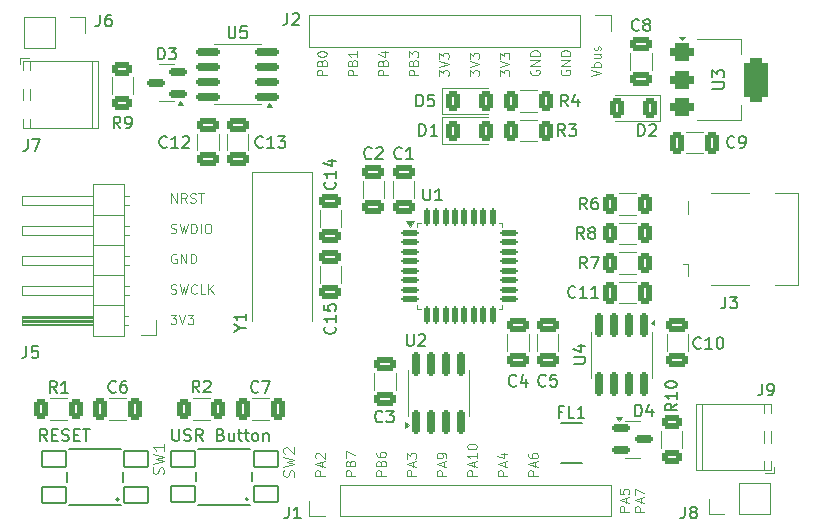
<source format=gto>
G04 #@! TF.GenerationSoftware,KiCad,Pcbnew,8.0.2*
G04 #@! TF.CreationDate,2024-05-12T15:56:14+02:00*
G04 #@! TF.ProjectId,LimbusOne,4c696d62-7573-44f6-9e65-2e6b69636164,v.0.1*
G04 #@! TF.SameCoordinates,Original*
G04 #@! TF.FileFunction,Legend,Top*
G04 #@! TF.FilePolarity,Positive*
%FSLAX46Y46*%
G04 Gerber Fmt 4.6, Leading zero omitted, Abs format (unit mm)*
G04 Created by KiCad (PCBNEW 8.0.2) date 2024-05-12 15:56:14*
%MOMM*%
%LPD*%
G01*
G04 APERTURE LIST*
G04 Aperture macros list*
%AMRoundRect*
0 Rectangle with rounded corners*
0 $1 Rounding radius*
0 $2 $3 $4 $5 $6 $7 $8 $9 X,Y pos of 4 corners*
0 Add a 4 corners polygon primitive as box body*
4,1,4,$2,$3,$4,$5,$6,$7,$8,$9,$2,$3,0*
0 Add four circle primitives for the rounded corners*
1,1,$1+$1,$2,$3*
1,1,$1+$1,$4,$5*
1,1,$1+$1,$6,$7*
1,1,$1+$1,$8,$9*
0 Add four rect primitives between the rounded corners*
20,1,$1+$1,$2,$3,$4,$5,0*
20,1,$1+$1,$4,$5,$6,$7,0*
20,1,$1+$1,$6,$7,$8,$9,0*
20,1,$1+$1,$8,$9,$2,$3,0*%
G04 Aperture macros list end*
%ADD10C,0.100000*%
%ADD11C,0.150000*%
%ADD12C,0.081280*%
%ADD13C,0.200000*%
%ADD14C,0.120000*%
%ADD15RoundRect,0.101600X1.000000X0.700000X-1.000000X0.700000X-1.000000X-0.700000X1.000000X-0.700000X0*%
%ADD16RoundRect,0.250000X-0.650000X0.325000X-0.650000X-0.325000X0.650000X-0.325000X0.650000X0.325000X0*%
%ADD17R,1.700000X1.700000*%
%ADD18O,1.700000X1.700000*%
%ADD19RoundRect,0.250000X0.650000X-0.325000X0.650000X0.325000X-0.650000X0.325000X-0.650000X-0.325000X0*%
%ADD20RoundRect,0.125000X-0.625000X-0.125000X0.625000X-0.125000X0.625000X0.125000X-0.625000X0.125000X0*%
%ADD21RoundRect,0.125000X-0.125000X-0.625000X0.125000X-0.625000X0.125000X0.625000X-0.125000X0.625000X0*%
%ADD22RoundRect,0.250000X-0.312500X-0.625000X0.312500X-0.625000X0.312500X0.625000X-0.312500X0.625000X0*%
%ADD23RoundRect,0.250000X-0.325000X-0.650000X0.325000X-0.650000X0.325000X0.650000X-0.325000X0.650000X0*%
%ADD24R,1.150000X1.550000*%
%ADD25RoundRect,0.150000X-0.587500X-0.150000X0.587500X-0.150000X0.587500X0.150000X-0.587500X0.150000X0*%
%ADD26RoundRect,0.250000X0.325000X0.650000X-0.325000X0.650000X-0.325000X-0.650000X0.325000X-0.650000X0*%
%ADD27C,1.000000*%
%ADD28R,2.000000X0.500000*%
%ADD29R,1.700000X2.000000*%
%ADD30RoundRect,0.150000X-0.150000X0.825000X-0.150000X-0.825000X0.150000X-0.825000X0.150000X0.825000X0*%
%ADD31RoundRect,0.250000X0.312500X0.625000X-0.312500X0.625000X-0.312500X-0.625000X0.312500X-0.625000X0*%
%ADD32RoundRect,0.150000X0.150000X-0.825000X0.150000X0.825000X-0.150000X0.825000X-0.150000X-0.825000X0*%
%ADD33R,2.200000X2.200000*%
%ADD34C,2.200000*%
%ADD35RoundRect,0.250000X0.375000X0.625000X-0.375000X0.625000X-0.375000X-0.625000X0.375000X-0.625000X0*%
%ADD36R,2.000000X4.500000*%
%ADD37RoundRect,0.250000X-0.625000X0.312500X-0.625000X-0.312500X0.625000X-0.312500X0.625000X0.312500X0*%
%ADD38RoundRect,0.250000X0.625000X-0.312500X0.625000X0.312500X-0.625000X0.312500X-0.625000X-0.312500X0*%
%ADD39RoundRect,0.150000X0.587500X0.150000X-0.587500X0.150000X-0.587500X-0.150000X0.587500X-0.150000X0*%
%ADD40RoundRect,0.250000X-0.375000X-0.625000X0.375000X-0.625000X0.375000X0.625000X-0.375000X0.625000X0*%
%ADD41RoundRect,0.375000X-0.625000X-0.375000X0.625000X-0.375000X0.625000X0.375000X-0.625000X0.375000X0*%
%ADD42RoundRect,0.500000X-0.500000X-1.400000X0.500000X-1.400000X0.500000X1.400000X-0.500000X1.400000X0*%
%ADD43RoundRect,0.150000X0.825000X0.150000X-0.825000X0.150000X-0.825000X-0.150000X0.825000X-0.150000X0*%
G04 APERTURE END LIST*
D10*
X81158940Y-74673734D02*
X80358940Y-74673734D01*
X80358940Y-74673734D02*
X80358940Y-74368972D01*
X80358940Y-74368972D02*
X80397035Y-74292782D01*
X80397035Y-74292782D02*
X80435130Y-74254687D01*
X80435130Y-74254687D02*
X80511321Y-74216591D01*
X80511321Y-74216591D02*
X80625606Y-74216591D01*
X80625606Y-74216591D02*
X80701797Y-74254687D01*
X80701797Y-74254687D02*
X80739892Y-74292782D01*
X80739892Y-74292782D02*
X80777987Y-74368972D01*
X80777987Y-74368972D02*
X80777987Y-74673734D01*
X80930368Y-73911830D02*
X80930368Y-73530877D01*
X81158940Y-73988020D02*
X80358940Y-73721353D01*
X80358940Y-73721353D02*
X81158940Y-73454687D01*
X80358940Y-72807068D02*
X80358940Y-73188020D01*
X80358940Y-73188020D02*
X80739892Y-73226116D01*
X80739892Y-73226116D02*
X80701797Y-73188020D01*
X80701797Y-73188020D02*
X80663702Y-73111830D01*
X80663702Y-73111830D02*
X80663702Y-72921354D01*
X80663702Y-72921354D02*
X80701797Y-72845163D01*
X80701797Y-72845163D02*
X80739892Y-72807068D01*
X80739892Y-72807068D02*
X80816083Y-72768973D01*
X80816083Y-72768973D02*
X81006559Y-72768973D01*
X81006559Y-72768973D02*
X81082749Y-72807068D01*
X81082749Y-72807068D02*
X81120845Y-72845163D01*
X81120845Y-72845163D02*
X81158940Y-72921354D01*
X81158940Y-72921354D02*
X81158940Y-73111830D01*
X81158940Y-73111830D02*
X81120845Y-73188020D01*
X81120845Y-73188020D02*
X81082749Y-73226116D01*
X82446895Y-74673734D02*
X81646895Y-74673734D01*
X81646895Y-74673734D02*
X81646895Y-74368972D01*
X81646895Y-74368972D02*
X81684990Y-74292782D01*
X81684990Y-74292782D02*
X81723085Y-74254687D01*
X81723085Y-74254687D02*
X81799276Y-74216591D01*
X81799276Y-74216591D02*
X81913561Y-74216591D01*
X81913561Y-74216591D02*
X81989752Y-74254687D01*
X81989752Y-74254687D02*
X82027847Y-74292782D01*
X82027847Y-74292782D02*
X82065942Y-74368972D01*
X82065942Y-74368972D02*
X82065942Y-74673734D01*
X82218323Y-73911830D02*
X82218323Y-73530877D01*
X82446895Y-73988020D02*
X81646895Y-73721353D01*
X81646895Y-73721353D02*
X82446895Y-73454687D01*
X81646895Y-73264211D02*
X81646895Y-72730877D01*
X81646895Y-72730877D02*
X82446895Y-73073735D01*
X55398525Y-71625734D02*
X54598525Y-71625734D01*
X54598525Y-71625734D02*
X54598525Y-71320972D01*
X54598525Y-71320972D02*
X54636620Y-71244782D01*
X54636620Y-71244782D02*
X54674715Y-71206687D01*
X54674715Y-71206687D02*
X54750906Y-71168591D01*
X54750906Y-71168591D02*
X54865191Y-71168591D01*
X54865191Y-71168591D02*
X54941382Y-71206687D01*
X54941382Y-71206687D02*
X54979477Y-71244782D01*
X54979477Y-71244782D02*
X55017572Y-71320972D01*
X55017572Y-71320972D02*
X55017572Y-71625734D01*
X55169953Y-70863830D02*
X55169953Y-70482877D01*
X55398525Y-70940020D02*
X54598525Y-70673353D01*
X54598525Y-70673353D02*
X55398525Y-70406687D01*
X54674715Y-70178116D02*
X54636620Y-70140020D01*
X54636620Y-70140020D02*
X54598525Y-70063830D01*
X54598525Y-70063830D02*
X54598525Y-69873354D01*
X54598525Y-69873354D02*
X54636620Y-69797163D01*
X54636620Y-69797163D02*
X54674715Y-69759068D01*
X54674715Y-69759068D02*
X54750906Y-69720973D01*
X54750906Y-69720973D02*
X54827096Y-69720973D01*
X54827096Y-69720973D02*
X54941382Y-69759068D01*
X54941382Y-69759068D02*
X55398525Y-70216211D01*
X55398525Y-70216211D02*
X55398525Y-69720973D01*
X57974435Y-71625734D02*
X57174435Y-71625734D01*
X57174435Y-71625734D02*
X57174435Y-71320972D01*
X57174435Y-71320972D02*
X57212530Y-71244782D01*
X57212530Y-71244782D02*
X57250625Y-71206687D01*
X57250625Y-71206687D02*
X57326816Y-71168591D01*
X57326816Y-71168591D02*
X57441101Y-71168591D01*
X57441101Y-71168591D02*
X57517292Y-71206687D01*
X57517292Y-71206687D02*
X57555387Y-71244782D01*
X57555387Y-71244782D02*
X57593482Y-71320972D01*
X57593482Y-71320972D02*
X57593482Y-71625734D01*
X57555387Y-70559068D02*
X57593482Y-70444782D01*
X57593482Y-70444782D02*
X57631578Y-70406687D01*
X57631578Y-70406687D02*
X57707768Y-70368591D01*
X57707768Y-70368591D02*
X57822054Y-70368591D01*
X57822054Y-70368591D02*
X57898244Y-70406687D01*
X57898244Y-70406687D02*
X57936340Y-70444782D01*
X57936340Y-70444782D02*
X57974435Y-70520972D01*
X57974435Y-70520972D02*
X57974435Y-70825734D01*
X57974435Y-70825734D02*
X57174435Y-70825734D01*
X57174435Y-70825734D02*
X57174435Y-70559068D01*
X57174435Y-70559068D02*
X57212530Y-70482877D01*
X57212530Y-70482877D02*
X57250625Y-70444782D01*
X57250625Y-70444782D02*
X57326816Y-70406687D01*
X57326816Y-70406687D02*
X57403006Y-70406687D01*
X57403006Y-70406687D02*
X57479197Y-70444782D01*
X57479197Y-70444782D02*
X57517292Y-70482877D01*
X57517292Y-70482877D02*
X57555387Y-70559068D01*
X57555387Y-70559068D02*
X57555387Y-70825734D01*
X57174435Y-70101925D02*
X57174435Y-69568591D01*
X57174435Y-69568591D02*
X57974435Y-69911449D01*
X60550345Y-71625734D02*
X59750345Y-71625734D01*
X59750345Y-71625734D02*
X59750345Y-71320972D01*
X59750345Y-71320972D02*
X59788440Y-71244782D01*
X59788440Y-71244782D02*
X59826535Y-71206687D01*
X59826535Y-71206687D02*
X59902726Y-71168591D01*
X59902726Y-71168591D02*
X60017011Y-71168591D01*
X60017011Y-71168591D02*
X60093202Y-71206687D01*
X60093202Y-71206687D02*
X60131297Y-71244782D01*
X60131297Y-71244782D02*
X60169392Y-71320972D01*
X60169392Y-71320972D02*
X60169392Y-71625734D01*
X60131297Y-70559068D02*
X60169392Y-70444782D01*
X60169392Y-70444782D02*
X60207488Y-70406687D01*
X60207488Y-70406687D02*
X60283678Y-70368591D01*
X60283678Y-70368591D02*
X60397964Y-70368591D01*
X60397964Y-70368591D02*
X60474154Y-70406687D01*
X60474154Y-70406687D02*
X60512250Y-70444782D01*
X60512250Y-70444782D02*
X60550345Y-70520972D01*
X60550345Y-70520972D02*
X60550345Y-70825734D01*
X60550345Y-70825734D02*
X59750345Y-70825734D01*
X59750345Y-70825734D02*
X59750345Y-70559068D01*
X59750345Y-70559068D02*
X59788440Y-70482877D01*
X59788440Y-70482877D02*
X59826535Y-70444782D01*
X59826535Y-70444782D02*
X59902726Y-70406687D01*
X59902726Y-70406687D02*
X59978916Y-70406687D01*
X59978916Y-70406687D02*
X60055107Y-70444782D01*
X60055107Y-70444782D02*
X60093202Y-70482877D01*
X60093202Y-70482877D02*
X60131297Y-70559068D01*
X60131297Y-70559068D02*
X60131297Y-70825734D01*
X59750345Y-69682877D02*
X59750345Y-69835258D01*
X59750345Y-69835258D02*
X59788440Y-69911449D01*
X59788440Y-69911449D02*
X59826535Y-69949544D01*
X59826535Y-69949544D02*
X59940821Y-70025734D01*
X59940821Y-70025734D02*
X60093202Y-70063830D01*
X60093202Y-70063830D02*
X60397964Y-70063830D01*
X60397964Y-70063830D02*
X60474154Y-70025734D01*
X60474154Y-70025734D02*
X60512250Y-69987639D01*
X60512250Y-69987639D02*
X60550345Y-69911449D01*
X60550345Y-69911449D02*
X60550345Y-69759068D01*
X60550345Y-69759068D02*
X60512250Y-69682877D01*
X60512250Y-69682877D02*
X60474154Y-69644782D01*
X60474154Y-69644782D02*
X60397964Y-69606687D01*
X60397964Y-69606687D02*
X60207488Y-69606687D01*
X60207488Y-69606687D02*
X60131297Y-69644782D01*
X60131297Y-69644782D02*
X60093202Y-69682877D01*
X60093202Y-69682877D02*
X60055107Y-69759068D01*
X60055107Y-69759068D02*
X60055107Y-69911449D01*
X60055107Y-69911449D02*
X60093202Y-69987639D01*
X60093202Y-69987639D02*
X60131297Y-70025734D01*
X60131297Y-70025734D02*
X60207488Y-70063830D01*
X63126255Y-71625734D02*
X62326255Y-71625734D01*
X62326255Y-71625734D02*
X62326255Y-71320972D01*
X62326255Y-71320972D02*
X62364350Y-71244782D01*
X62364350Y-71244782D02*
X62402445Y-71206687D01*
X62402445Y-71206687D02*
X62478636Y-71168591D01*
X62478636Y-71168591D02*
X62592921Y-71168591D01*
X62592921Y-71168591D02*
X62669112Y-71206687D01*
X62669112Y-71206687D02*
X62707207Y-71244782D01*
X62707207Y-71244782D02*
X62745302Y-71320972D01*
X62745302Y-71320972D02*
X62745302Y-71625734D01*
X62897683Y-70863830D02*
X62897683Y-70482877D01*
X63126255Y-70940020D02*
X62326255Y-70673353D01*
X62326255Y-70673353D02*
X63126255Y-70406687D01*
X62326255Y-70216211D02*
X62326255Y-69720973D01*
X62326255Y-69720973D02*
X62631017Y-69987639D01*
X62631017Y-69987639D02*
X62631017Y-69873354D01*
X62631017Y-69873354D02*
X62669112Y-69797163D01*
X62669112Y-69797163D02*
X62707207Y-69759068D01*
X62707207Y-69759068D02*
X62783398Y-69720973D01*
X62783398Y-69720973D02*
X62973874Y-69720973D01*
X62973874Y-69720973D02*
X63050064Y-69759068D01*
X63050064Y-69759068D02*
X63088160Y-69797163D01*
X63088160Y-69797163D02*
X63126255Y-69873354D01*
X63126255Y-69873354D02*
X63126255Y-70101925D01*
X63126255Y-70101925D02*
X63088160Y-70178116D01*
X63088160Y-70178116D02*
X63050064Y-70216211D01*
X65702165Y-71625734D02*
X64902165Y-71625734D01*
X64902165Y-71625734D02*
X64902165Y-71320972D01*
X64902165Y-71320972D02*
X64940260Y-71244782D01*
X64940260Y-71244782D02*
X64978355Y-71206687D01*
X64978355Y-71206687D02*
X65054546Y-71168591D01*
X65054546Y-71168591D02*
X65168831Y-71168591D01*
X65168831Y-71168591D02*
X65245022Y-71206687D01*
X65245022Y-71206687D02*
X65283117Y-71244782D01*
X65283117Y-71244782D02*
X65321212Y-71320972D01*
X65321212Y-71320972D02*
X65321212Y-71625734D01*
X65473593Y-70863830D02*
X65473593Y-70482877D01*
X65702165Y-70940020D02*
X64902165Y-70673353D01*
X64902165Y-70673353D02*
X65702165Y-70406687D01*
X65702165Y-70101925D02*
X65702165Y-69949544D01*
X65702165Y-69949544D02*
X65664070Y-69873354D01*
X65664070Y-69873354D02*
X65625974Y-69835258D01*
X65625974Y-69835258D02*
X65511689Y-69759068D01*
X65511689Y-69759068D02*
X65359308Y-69720973D01*
X65359308Y-69720973D02*
X65054546Y-69720973D01*
X65054546Y-69720973D02*
X64978355Y-69759068D01*
X64978355Y-69759068D02*
X64940260Y-69797163D01*
X64940260Y-69797163D02*
X64902165Y-69873354D01*
X64902165Y-69873354D02*
X64902165Y-70025735D01*
X64902165Y-70025735D02*
X64940260Y-70101925D01*
X64940260Y-70101925D02*
X64978355Y-70140020D01*
X64978355Y-70140020D02*
X65054546Y-70178116D01*
X65054546Y-70178116D02*
X65245022Y-70178116D01*
X65245022Y-70178116D02*
X65321212Y-70140020D01*
X65321212Y-70140020D02*
X65359308Y-70101925D01*
X65359308Y-70101925D02*
X65397403Y-70025735D01*
X65397403Y-70025735D02*
X65397403Y-69873354D01*
X65397403Y-69873354D02*
X65359308Y-69797163D01*
X65359308Y-69797163D02*
X65321212Y-69759068D01*
X65321212Y-69759068D02*
X65245022Y-69720973D01*
X68278075Y-71625734D02*
X67478075Y-71625734D01*
X67478075Y-71625734D02*
X67478075Y-71320972D01*
X67478075Y-71320972D02*
X67516170Y-71244782D01*
X67516170Y-71244782D02*
X67554265Y-71206687D01*
X67554265Y-71206687D02*
X67630456Y-71168591D01*
X67630456Y-71168591D02*
X67744741Y-71168591D01*
X67744741Y-71168591D02*
X67820932Y-71206687D01*
X67820932Y-71206687D02*
X67859027Y-71244782D01*
X67859027Y-71244782D02*
X67897122Y-71320972D01*
X67897122Y-71320972D02*
X67897122Y-71625734D01*
X68049503Y-70863830D02*
X68049503Y-70482877D01*
X68278075Y-70940020D02*
X67478075Y-70673353D01*
X67478075Y-70673353D02*
X68278075Y-70406687D01*
X68278075Y-69720973D02*
X68278075Y-70178116D01*
X68278075Y-69949544D02*
X67478075Y-69949544D01*
X67478075Y-69949544D02*
X67592360Y-70025735D01*
X67592360Y-70025735D02*
X67668551Y-70101925D01*
X67668551Y-70101925D02*
X67706646Y-70178116D01*
X67478075Y-69225734D02*
X67478075Y-69149544D01*
X67478075Y-69149544D02*
X67516170Y-69073353D01*
X67516170Y-69073353D02*
X67554265Y-69035258D01*
X67554265Y-69035258D02*
X67630456Y-68997163D01*
X67630456Y-68997163D02*
X67782837Y-68959068D01*
X67782837Y-68959068D02*
X67973313Y-68959068D01*
X67973313Y-68959068D02*
X68125694Y-68997163D01*
X68125694Y-68997163D02*
X68201884Y-69035258D01*
X68201884Y-69035258D02*
X68239980Y-69073353D01*
X68239980Y-69073353D02*
X68278075Y-69149544D01*
X68278075Y-69149544D02*
X68278075Y-69225734D01*
X68278075Y-69225734D02*
X68239980Y-69301925D01*
X68239980Y-69301925D02*
X68201884Y-69340020D01*
X68201884Y-69340020D02*
X68125694Y-69378115D01*
X68125694Y-69378115D02*
X67973313Y-69416211D01*
X67973313Y-69416211D02*
X67782837Y-69416211D01*
X67782837Y-69416211D02*
X67630456Y-69378115D01*
X67630456Y-69378115D02*
X67554265Y-69340020D01*
X67554265Y-69340020D02*
X67516170Y-69301925D01*
X67516170Y-69301925D02*
X67478075Y-69225734D01*
X70853985Y-71625734D02*
X70053985Y-71625734D01*
X70053985Y-71625734D02*
X70053985Y-71320972D01*
X70053985Y-71320972D02*
X70092080Y-71244782D01*
X70092080Y-71244782D02*
X70130175Y-71206687D01*
X70130175Y-71206687D02*
X70206366Y-71168591D01*
X70206366Y-71168591D02*
X70320651Y-71168591D01*
X70320651Y-71168591D02*
X70396842Y-71206687D01*
X70396842Y-71206687D02*
X70434937Y-71244782D01*
X70434937Y-71244782D02*
X70473032Y-71320972D01*
X70473032Y-71320972D02*
X70473032Y-71625734D01*
X70625413Y-70863830D02*
X70625413Y-70482877D01*
X70853985Y-70940020D02*
X70053985Y-70673353D01*
X70053985Y-70673353D02*
X70853985Y-70406687D01*
X70320651Y-69797163D02*
X70853985Y-69797163D01*
X70015890Y-69987639D02*
X70587318Y-70178116D01*
X70587318Y-70178116D02*
X70587318Y-69682877D01*
X73429895Y-71625734D02*
X72629895Y-71625734D01*
X72629895Y-71625734D02*
X72629895Y-71320972D01*
X72629895Y-71320972D02*
X72667990Y-71244782D01*
X72667990Y-71244782D02*
X72706085Y-71206687D01*
X72706085Y-71206687D02*
X72782276Y-71168591D01*
X72782276Y-71168591D02*
X72896561Y-71168591D01*
X72896561Y-71168591D02*
X72972752Y-71206687D01*
X72972752Y-71206687D02*
X73010847Y-71244782D01*
X73010847Y-71244782D02*
X73048942Y-71320972D01*
X73048942Y-71320972D02*
X73048942Y-71625734D01*
X73201323Y-70863830D02*
X73201323Y-70482877D01*
X73429895Y-70940020D02*
X72629895Y-70673353D01*
X72629895Y-70673353D02*
X73429895Y-70406687D01*
X72629895Y-69797163D02*
X72629895Y-69949544D01*
X72629895Y-69949544D02*
X72667990Y-70025735D01*
X72667990Y-70025735D02*
X72706085Y-70063830D01*
X72706085Y-70063830D02*
X72820371Y-70140020D01*
X72820371Y-70140020D02*
X72972752Y-70178116D01*
X72972752Y-70178116D02*
X73277514Y-70178116D01*
X73277514Y-70178116D02*
X73353704Y-70140020D01*
X73353704Y-70140020D02*
X73391800Y-70101925D01*
X73391800Y-70101925D02*
X73429895Y-70025735D01*
X73429895Y-70025735D02*
X73429895Y-69873354D01*
X73429895Y-69873354D02*
X73391800Y-69797163D01*
X73391800Y-69797163D02*
X73353704Y-69759068D01*
X73353704Y-69759068D02*
X73277514Y-69720973D01*
X73277514Y-69720973D02*
X73087038Y-69720973D01*
X73087038Y-69720973D02*
X73010847Y-69759068D01*
X73010847Y-69759068D02*
X72972752Y-69797163D01*
X72972752Y-69797163D02*
X72934657Y-69873354D01*
X72934657Y-69873354D02*
X72934657Y-70025735D01*
X72934657Y-70025735D02*
X72972752Y-70101925D01*
X72972752Y-70101925D02*
X73010847Y-70140020D01*
X73010847Y-70140020D02*
X73087038Y-70178116D01*
X55580705Y-37716734D02*
X54780705Y-37716734D01*
X54780705Y-37716734D02*
X54780705Y-37411972D01*
X54780705Y-37411972D02*
X54818800Y-37335782D01*
X54818800Y-37335782D02*
X54856895Y-37297687D01*
X54856895Y-37297687D02*
X54933086Y-37259591D01*
X54933086Y-37259591D02*
X55047371Y-37259591D01*
X55047371Y-37259591D02*
X55123562Y-37297687D01*
X55123562Y-37297687D02*
X55161657Y-37335782D01*
X55161657Y-37335782D02*
X55199752Y-37411972D01*
X55199752Y-37411972D02*
X55199752Y-37716734D01*
X55161657Y-36650068D02*
X55199752Y-36535782D01*
X55199752Y-36535782D02*
X55237848Y-36497687D01*
X55237848Y-36497687D02*
X55314038Y-36459591D01*
X55314038Y-36459591D02*
X55428324Y-36459591D01*
X55428324Y-36459591D02*
X55504514Y-36497687D01*
X55504514Y-36497687D02*
X55542610Y-36535782D01*
X55542610Y-36535782D02*
X55580705Y-36611972D01*
X55580705Y-36611972D02*
X55580705Y-36916734D01*
X55580705Y-36916734D02*
X54780705Y-36916734D01*
X54780705Y-36916734D02*
X54780705Y-36650068D01*
X54780705Y-36650068D02*
X54818800Y-36573877D01*
X54818800Y-36573877D02*
X54856895Y-36535782D01*
X54856895Y-36535782D02*
X54933086Y-36497687D01*
X54933086Y-36497687D02*
X55009276Y-36497687D01*
X55009276Y-36497687D02*
X55085467Y-36535782D01*
X55085467Y-36535782D02*
X55123562Y-36573877D01*
X55123562Y-36573877D02*
X55161657Y-36650068D01*
X55161657Y-36650068D02*
X55161657Y-36916734D01*
X54780705Y-35964353D02*
X54780705Y-35888163D01*
X54780705Y-35888163D02*
X54818800Y-35811972D01*
X54818800Y-35811972D02*
X54856895Y-35773877D01*
X54856895Y-35773877D02*
X54933086Y-35735782D01*
X54933086Y-35735782D02*
X55085467Y-35697687D01*
X55085467Y-35697687D02*
X55275943Y-35697687D01*
X55275943Y-35697687D02*
X55428324Y-35735782D01*
X55428324Y-35735782D02*
X55504514Y-35773877D01*
X55504514Y-35773877D02*
X55542610Y-35811972D01*
X55542610Y-35811972D02*
X55580705Y-35888163D01*
X55580705Y-35888163D02*
X55580705Y-35964353D01*
X55580705Y-35964353D02*
X55542610Y-36040544D01*
X55542610Y-36040544D02*
X55504514Y-36078639D01*
X55504514Y-36078639D02*
X55428324Y-36116734D01*
X55428324Y-36116734D02*
X55275943Y-36154830D01*
X55275943Y-36154830D02*
X55085467Y-36154830D01*
X55085467Y-36154830D02*
X54933086Y-36116734D01*
X54933086Y-36116734D02*
X54856895Y-36078639D01*
X54856895Y-36078639D02*
X54818800Y-36040544D01*
X54818800Y-36040544D02*
X54780705Y-35964353D01*
X58156615Y-37716734D02*
X57356615Y-37716734D01*
X57356615Y-37716734D02*
X57356615Y-37411972D01*
X57356615Y-37411972D02*
X57394710Y-37335782D01*
X57394710Y-37335782D02*
X57432805Y-37297687D01*
X57432805Y-37297687D02*
X57508996Y-37259591D01*
X57508996Y-37259591D02*
X57623281Y-37259591D01*
X57623281Y-37259591D02*
X57699472Y-37297687D01*
X57699472Y-37297687D02*
X57737567Y-37335782D01*
X57737567Y-37335782D02*
X57775662Y-37411972D01*
X57775662Y-37411972D02*
X57775662Y-37716734D01*
X57737567Y-36650068D02*
X57775662Y-36535782D01*
X57775662Y-36535782D02*
X57813758Y-36497687D01*
X57813758Y-36497687D02*
X57889948Y-36459591D01*
X57889948Y-36459591D02*
X58004234Y-36459591D01*
X58004234Y-36459591D02*
X58080424Y-36497687D01*
X58080424Y-36497687D02*
X58118520Y-36535782D01*
X58118520Y-36535782D02*
X58156615Y-36611972D01*
X58156615Y-36611972D02*
X58156615Y-36916734D01*
X58156615Y-36916734D02*
X57356615Y-36916734D01*
X57356615Y-36916734D02*
X57356615Y-36650068D01*
X57356615Y-36650068D02*
X57394710Y-36573877D01*
X57394710Y-36573877D02*
X57432805Y-36535782D01*
X57432805Y-36535782D02*
X57508996Y-36497687D01*
X57508996Y-36497687D02*
X57585186Y-36497687D01*
X57585186Y-36497687D02*
X57661377Y-36535782D01*
X57661377Y-36535782D02*
X57699472Y-36573877D01*
X57699472Y-36573877D02*
X57737567Y-36650068D01*
X57737567Y-36650068D02*
X57737567Y-36916734D01*
X58156615Y-35697687D02*
X58156615Y-36154830D01*
X58156615Y-35926258D02*
X57356615Y-35926258D01*
X57356615Y-35926258D02*
X57470900Y-36002449D01*
X57470900Y-36002449D02*
X57547091Y-36078639D01*
X57547091Y-36078639D02*
X57585186Y-36154830D01*
X60732525Y-37716734D02*
X59932525Y-37716734D01*
X59932525Y-37716734D02*
X59932525Y-37411972D01*
X59932525Y-37411972D02*
X59970620Y-37335782D01*
X59970620Y-37335782D02*
X60008715Y-37297687D01*
X60008715Y-37297687D02*
X60084906Y-37259591D01*
X60084906Y-37259591D02*
X60199191Y-37259591D01*
X60199191Y-37259591D02*
X60275382Y-37297687D01*
X60275382Y-37297687D02*
X60313477Y-37335782D01*
X60313477Y-37335782D02*
X60351572Y-37411972D01*
X60351572Y-37411972D02*
X60351572Y-37716734D01*
X60313477Y-36650068D02*
X60351572Y-36535782D01*
X60351572Y-36535782D02*
X60389668Y-36497687D01*
X60389668Y-36497687D02*
X60465858Y-36459591D01*
X60465858Y-36459591D02*
X60580144Y-36459591D01*
X60580144Y-36459591D02*
X60656334Y-36497687D01*
X60656334Y-36497687D02*
X60694430Y-36535782D01*
X60694430Y-36535782D02*
X60732525Y-36611972D01*
X60732525Y-36611972D02*
X60732525Y-36916734D01*
X60732525Y-36916734D02*
X59932525Y-36916734D01*
X59932525Y-36916734D02*
X59932525Y-36650068D01*
X59932525Y-36650068D02*
X59970620Y-36573877D01*
X59970620Y-36573877D02*
X60008715Y-36535782D01*
X60008715Y-36535782D02*
X60084906Y-36497687D01*
X60084906Y-36497687D02*
X60161096Y-36497687D01*
X60161096Y-36497687D02*
X60237287Y-36535782D01*
X60237287Y-36535782D02*
X60275382Y-36573877D01*
X60275382Y-36573877D02*
X60313477Y-36650068D01*
X60313477Y-36650068D02*
X60313477Y-36916734D01*
X60199191Y-35773877D02*
X60732525Y-35773877D01*
X59894430Y-35964353D02*
X60465858Y-36154830D01*
X60465858Y-36154830D02*
X60465858Y-35659591D01*
X63308435Y-37716734D02*
X62508435Y-37716734D01*
X62508435Y-37716734D02*
X62508435Y-37411972D01*
X62508435Y-37411972D02*
X62546530Y-37335782D01*
X62546530Y-37335782D02*
X62584625Y-37297687D01*
X62584625Y-37297687D02*
X62660816Y-37259591D01*
X62660816Y-37259591D02*
X62775101Y-37259591D01*
X62775101Y-37259591D02*
X62851292Y-37297687D01*
X62851292Y-37297687D02*
X62889387Y-37335782D01*
X62889387Y-37335782D02*
X62927482Y-37411972D01*
X62927482Y-37411972D02*
X62927482Y-37716734D01*
X62889387Y-36650068D02*
X62927482Y-36535782D01*
X62927482Y-36535782D02*
X62965578Y-36497687D01*
X62965578Y-36497687D02*
X63041768Y-36459591D01*
X63041768Y-36459591D02*
X63156054Y-36459591D01*
X63156054Y-36459591D02*
X63232244Y-36497687D01*
X63232244Y-36497687D02*
X63270340Y-36535782D01*
X63270340Y-36535782D02*
X63308435Y-36611972D01*
X63308435Y-36611972D02*
X63308435Y-36916734D01*
X63308435Y-36916734D02*
X62508435Y-36916734D01*
X62508435Y-36916734D02*
X62508435Y-36650068D01*
X62508435Y-36650068D02*
X62546530Y-36573877D01*
X62546530Y-36573877D02*
X62584625Y-36535782D01*
X62584625Y-36535782D02*
X62660816Y-36497687D01*
X62660816Y-36497687D02*
X62737006Y-36497687D01*
X62737006Y-36497687D02*
X62813197Y-36535782D01*
X62813197Y-36535782D02*
X62851292Y-36573877D01*
X62851292Y-36573877D02*
X62889387Y-36650068D01*
X62889387Y-36650068D02*
X62889387Y-36916734D01*
X62508435Y-36192925D02*
X62508435Y-35697687D01*
X62508435Y-35697687D02*
X62813197Y-35964353D01*
X62813197Y-35964353D02*
X62813197Y-35850068D01*
X62813197Y-35850068D02*
X62851292Y-35773877D01*
X62851292Y-35773877D02*
X62889387Y-35735782D01*
X62889387Y-35735782D02*
X62965578Y-35697687D01*
X62965578Y-35697687D02*
X63156054Y-35697687D01*
X63156054Y-35697687D02*
X63232244Y-35735782D01*
X63232244Y-35735782D02*
X63270340Y-35773877D01*
X63270340Y-35773877D02*
X63308435Y-35850068D01*
X63308435Y-35850068D02*
X63308435Y-36078639D01*
X63308435Y-36078639D02*
X63270340Y-36154830D01*
X63270340Y-36154830D02*
X63232244Y-36192925D01*
X65084345Y-37792925D02*
X65084345Y-37297687D01*
X65084345Y-37297687D02*
X65389107Y-37564353D01*
X65389107Y-37564353D02*
X65389107Y-37450068D01*
X65389107Y-37450068D02*
X65427202Y-37373877D01*
X65427202Y-37373877D02*
X65465297Y-37335782D01*
X65465297Y-37335782D02*
X65541488Y-37297687D01*
X65541488Y-37297687D02*
X65731964Y-37297687D01*
X65731964Y-37297687D02*
X65808154Y-37335782D01*
X65808154Y-37335782D02*
X65846250Y-37373877D01*
X65846250Y-37373877D02*
X65884345Y-37450068D01*
X65884345Y-37450068D02*
X65884345Y-37678639D01*
X65884345Y-37678639D02*
X65846250Y-37754830D01*
X65846250Y-37754830D02*
X65808154Y-37792925D01*
X65084345Y-37069115D02*
X65884345Y-36802448D01*
X65884345Y-36802448D02*
X65084345Y-36535782D01*
X65084345Y-36345306D02*
X65084345Y-35850068D01*
X65084345Y-35850068D02*
X65389107Y-36116734D01*
X65389107Y-36116734D02*
X65389107Y-36002449D01*
X65389107Y-36002449D02*
X65427202Y-35926258D01*
X65427202Y-35926258D02*
X65465297Y-35888163D01*
X65465297Y-35888163D02*
X65541488Y-35850068D01*
X65541488Y-35850068D02*
X65731964Y-35850068D01*
X65731964Y-35850068D02*
X65808154Y-35888163D01*
X65808154Y-35888163D02*
X65846250Y-35926258D01*
X65846250Y-35926258D02*
X65884345Y-36002449D01*
X65884345Y-36002449D02*
X65884345Y-36231020D01*
X65884345Y-36231020D02*
X65846250Y-36307211D01*
X65846250Y-36307211D02*
X65808154Y-36345306D01*
X67660255Y-37792925D02*
X67660255Y-37297687D01*
X67660255Y-37297687D02*
X67965017Y-37564353D01*
X67965017Y-37564353D02*
X67965017Y-37450068D01*
X67965017Y-37450068D02*
X68003112Y-37373877D01*
X68003112Y-37373877D02*
X68041207Y-37335782D01*
X68041207Y-37335782D02*
X68117398Y-37297687D01*
X68117398Y-37297687D02*
X68307874Y-37297687D01*
X68307874Y-37297687D02*
X68384064Y-37335782D01*
X68384064Y-37335782D02*
X68422160Y-37373877D01*
X68422160Y-37373877D02*
X68460255Y-37450068D01*
X68460255Y-37450068D02*
X68460255Y-37678639D01*
X68460255Y-37678639D02*
X68422160Y-37754830D01*
X68422160Y-37754830D02*
X68384064Y-37792925D01*
X67660255Y-37069115D02*
X68460255Y-36802448D01*
X68460255Y-36802448D02*
X67660255Y-36535782D01*
X67660255Y-36345306D02*
X67660255Y-35850068D01*
X67660255Y-35850068D02*
X67965017Y-36116734D01*
X67965017Y-36116734D02*
X67965017Y-36002449D01*
X67965017Y-36002449D02*
X68003112Y-35926258D01*
X68003112Y-35926258D02*
X68041207Y-35888163D01*
X68041207Y-35888163D02*
X68117398Y-35850068D01*
X68117398Y-35850068D02*
X68307874Y-35850068D01*
X68307874Y-35850068D02*
X68384064Y-35888163D01*
X68384064Y-35888163D02*
X68422160Y-35926258D01*
X68422160Y-35926258D02*
X68460255Y-36002449D01*
X68460255Y-36002449D02*
X68460255Y-36231020D01*
X68460255Y-36231020D02*
X68422160Y-36307211D01*
X68422160Y-36307211D02*
X68384064Y-36345306D01*
X70236165Y-37792925D02*
X70236165Y-37297687D01*
X70236165Y-37297687D02*
X70540927Y-37564353D01*
X70540927Y-37564353D02*
X70540927Y-37450068D01*
X70540927Y-37450068D02*
X70579022Y-37373877D01*
X70579022Y-37373877D02*
X70617117Y-37335782D01*
X70617117Y-37335782D02*
X70693308Y-37297687D01*
X70693308Y-37297687D02*
X70883784Y-37297687D01*
X70883784Y-37297687D02*
X70959974Y-37335782D01*
X70959974Y-37335782D02*
X70998070Y-37373877D01*
X70998070Y-37373877D02*
X71036165Y-37450068D01*
X71036165Y-37450068D02*
X71036165Y-37678639D01*
X71036165Y-37678639D02*
X70998070Y-37754830D01*
X70998070Y-37754830D02*
X70959974Y-37792925D01*
X70236165Y-37069115D02*
X71036165Y-36802448D01*
X71036165Y-36802448D02*
X70236165Y-36535782D01*
X70236165Y-36345306D02*
X70236165Y-35850068D01*
X70236165Y-35850068D02*
X70540927Y-36116734D01*
X70540927Y-36116734D02*
X70540927Y-36002449D01*
X70540927Y-36002449D02*
X70579022Y-35926258D01*
X70579022Y-35926258D02*
X70617117Y-35888163D01*
X70617117Y-35888163D02*
X70693308Y-35850068D01*
X70693308Y-35850068D02*
X70883784Y-35850068D01*
X70883784Y-35850068D02*
X70959974Y-35888163D01*
X70959974Y-35888163D02*
X70998070Y-35926258D01*
X70998070Y-35926258D02*
X71036165Y-36002449D01*
X71036165Y-36002449D02*
X71036165Y-36231020D01*
X71036165Y-36231020D02*
X70998070Y-36307211D01*
X70998070Y-36307211D02*
X70959974Y-36345306D01*
X72850170Y-37297687D02*
X72812075Y-37373877D01*
X72812075Y-37373877D02*
X72812075Y-37488163D01*
X72812075Y-37488163D02*
X72850170Y-37602449D01*
X72850170Y-37602449D02*
X72926360Y-37678639D01*
X72926360Y-37678639D02*
X73002551Y-37716734D01*
X73002551Y-37716734D02*
X73154932Y-37754830D01*
X73154932Y-37754830D02*
X73269218Y-37754830D01*
X73269218Y-37754830D02*
X73421599Y-37716734D01*
X73421599Y-37716734D02*
X73497789Y-37678639D01*
X73497789Y-37678639D02*
X73573980Y-37602449D01*
X73573980Y-37602449D02*
X73612075Y-37488163D01*
X73612075Y-37488163D02*
X73612075Y-37411972D01*
X73612075Y-37411972D02*
X73573980Y-37297687D01*
X73573980Y-37297687D02*
X73535884Y-37259591D01*
X73535884Y-37259591D02*
X73269218Y-37259591D01*
X73269218Y-37259591D02*
X73269218Y-37411972D01*
X73612075Y-36916734D02*
X72812075Y-36916734D01*
X72812075Y-36916734D02*
X73612075Y-36459591D01*
X73612075Y-36459591D02*
X72812075Y-36459591D01*
X73612075Y-36078639D02*
X72812075Y-36078639D01*
X72812075Y-36078639D02*
X72812075Y-35888163D01*
X72812075Y-35888163D02*
X72850170Y-35773877D01*
X72850170Y-35773877D02*
X72926360Y-35697687D01*
X72926360Y-35697687D02*
X73002551Y-35659592D01*
X73002551Y-35659592D02*
X73154932Y-35621496D01*
X73154932Y-35621496D02*
X73269218Y-35621496D01*
X73269218Y-35621496D02*
X73421599Y-35659592D01*
X73421599Y-35659592D02*
X73497789Y-35697687D01*
X73497789Y-35697687D02*
X73573980Y-35773877D01*
X73573980Y-35773877D02*
X73612075Y-35888163D01*
X73612075Y-35888163D02*
X73612075Y-36078639D01*
X75426080Y-37297687D02*
X75387985Y-37373877D01*
X75387985Y-37373877D02*
X75387985Y-37488163D01*
X75387985Y-37488163D02*
X75426080Y-37602449D01*
X75426080Y-37602449D02*
X75502270Y-37678639D01*
X75502270Y-37678639D02*
X75578461Y-37716734D01*
X75578461Y-37716734D02*
X75730842Y-37754830D01*
X75730842Y-37754830D02*
X75845128Y-37754830D01*
X75845128Y-37754830D02*
X75997509Y-37716734D01*
X75997509Y-37716734D02*
X76073699Y-37678639D01*
X76073699Y-37678639D02*
X76149890Y-37602449D01*
X76149890Y-37602449D02*
X76187985Y-37488163D01*
X76187985Y-37488163D02*
X76187985Y-37411972D01*
X76187985Y-37411972D02*
X76149890Y-37297687D01*
X76149890Y-37297687D02*
X76111794Y-37259591D01*
X76111794Y-37259591D02*
X75845128Y-37259591D01*
X75845128Y-37259591D02*
X75845128Y-37411972D01*
X76187985Y-36916734D02*
X75387985Y-36916734D01*
X75387985Y-36916734D02*
X76187985Y-36459591D01*
X76187985Y-36459591D02*
X75387985Y-36459591D01*
X76187985Y-36078639D02*
X75387985Y-36078639D01*
X75387985Y-36078639D02*
X75387985Y-35888163D01*
X75387985Y-35888163D02*
X75426080Y-35773877D01*
X75426080Y-35773877D02*
X75502270Y-35697687D01*
X75502270Y-35697687D02*
X75578461Y-35659592D01*
X75578461Y-35659592D02*
X75730842Y-35621496D01*
X75730842Y-35621496D02*
X75845128Y-35621496D01*
X75845128Y-35621496D02*
X75997509Y-35659592D01*
X75997509Y-35659592D02*
X76073699Y-35697687D01*
X76073699Y-35697687D02*
X76149890Y-35773877D01*
X76149890Y-35773877D02*
X76187985Y-35888163D01*
X76187985Y-35888163D02*
X76187985Y-36078639D01*
X77963895Y-37831020D02*
X78763895Y-37564353D01*
X78763895Y-37564353D02*
X77963895Y-37297687D01*
X78763895Y-37031020D02*
X77963895Y-37031020D01*
X78268657Y-37031020D02*
X78230561Y-36954830D01*
X78230561Y-36954830D02*
X78230561Y-36802449D01*
X78230561Y-36802449D02*
X78268657Y-36726258D01*
X78268657Y-36726258D02*
X78306752Y-36688163D01*
X78306752Y-36688163D02*
X78382942Y-36650068D01*
X78382942Y-36650068D02*
X78611514Y-36650068D01*
X78611514Y-36650068D02*
X78687704Y-36688163D01*
X78687704Y-36688163D02*
X78725800Y-36726258D01*
X78725800Y-36726258D02*
X78763895Y-36802449D01*
X78763895Y-36802449D02*
X78763895Y-36954830D01*
X78763895Y-36954830D02*
X78725800Y-37031020D01*
X78230561Y-35964353D02*
X78763895Y-35964353D01*
X78230561Y-36307210D02*
X78649609Y-36307210D01*
X78649609Y-36307210D02*
X78725800Y-36269115D01*
X78725800Y-36269115D02*
X78763895Y-36192925D01*
X78763895Y-36192925D02*
X78763895Y-36078639D01*
X78763895Y-36078639D02*
X78725800Y-36002448D01*
X78725800Y-36002448D02*
X78687704Y-35964353D01*
X78725800Y-35621496D02*
X78763895Y-35545305D01*
X78763895Y-35545305D02*
X78763895Y-35392924D01*
X78763895Y-35392924D02*
X78725800Y-35316734D01*
X78725800Y-35316734D02*
X78649609Y-35278638D01*
X78649609Y-35278638D02*
X78611514Y-35278638D01*
X78611514Y-35278638D02*
X78535323Y-35316734D01*
X78535323Y-35316734D02*
X78497228Y-35392924D01*
X78497228Y-35392924D02*
X78497228Y-35507210D01*
X78497228Y-35507210D02*
X78459133Y-35583400D01*
X78459133Y-35583400D02*
X78382942Y-35621496D01*
X78382942Y-35621496D02*
X78344847Y-35621496D01*
X78344847Y-35621496D02*
X78268657Y-35583400D01*
X78268657Y-35583400D02*
X78230561Y-35507210D01*
X78230561Y-35507210D02*
X78230561Y-35392924D01*
X78230561Y-35392924D02*
X78268657Y-35316734D01*
X42420265Y-48521255D02*
X42420265Y-47721255D01*
X42420265Y-47721255D02*
X42877408Y-48521255D01*
X42877408Y-48521255D02*
X42877408Y-47721255D01*
X43715503Y-48521255D02*
X43448836Y-48140302D01*
X43258360Y-48521255D02*
X43258360Y-47721255D01*
X43258360Y-47721255D02*
X43563122Y-47721255D01*
X43563122Y-47721255D02*
X43639312Y-47759350D01*
X43639312Y-47759350D02*
X43677407Y-47797445D01*
X43677407Y-47797445D02*
X43715503Y-47873636D01*
X43715503Y-47873636D02*
X43715503Y-47987921D01*
X43715503Y-47987921D02*
X43677407Y-48064112D01*
X43677407Y-48064112D02*
X43639312Y-48102207D01*
X43639312Y-48102207D02*
X43563122Y-48140302D01*
X43563122Y-48140302D02*
X43258360Y-48140302D01*
X44020264Y-48483160D02*
X44134550Y-48521255D01*
X44134550Y-48521255D02*
X44325026Y-48521255D01*
X44325026Y-48521255D02*
X44401217Y-48483160D01*
X44401217Y-48483160D02*
X44439312Y-48445064D01*
X44439312Y-48445064D02*
X44477407Y-48368874D01*
X44477407Y-48368874D02*
X44477407Y-48292683D01*
X44477407Y-48292683D02*
X44439312Y-48216493D01*
X44439312Y-48216493D02*
X44401217Y-48178398D01*
X44401217Y-48178398D02*
X44325026Y-48140302D01*
X44325026Y-48140302D02*
X44172645Y-48102207D01*
X44172645Y-48102207D02*
X44096455Y-48064112D01*
X44096455Y-48064112D02*
X44058360Y-48026017D01*
X44058360Y-48026017D02*
X44020264Y-47949826D01*
X44020264Y-47949826D02*
X44020264Y-47873636D01*
X44020264Y-47873636D02*
X44058360Y-47797445D01*
X44058360Y-47797445D02*
X44096455Y-47759350D01*
X44096455Y-47759350D02*
X44172645Y-47721255D01*
X44172645Y-47721255D02*
X44363122Y-47721255D01*
X44363122Y-47721255D02*
X44477407Y-47759350D01*
X44705979Y-47721255D02*
X45163122Y-47721255D01*
X44934550Y-48521255D02*
X44934550Y-47721255D01*
X42382169Y-51059070D02*
X42496455Y-51097165D01*
X42496455Y-51097165D02*
X42686931Y-51097165D01*
X42686931Y-51097165D02*
X42763122Y-51059070D01*
X42763122Y-51059070D02*
X42801217Y-51020974D01*
X42801217Y-51020974D02*
X42839312Y-50944784D01*
X42839312Y-50944784D02*
X42839312Y-50868593D01*
X42839312Y-50868593D02*
X42801217Y-50792403D01*
X42801217Y-50792403D02*
X42763122Y-50754308D01*
X42763122Y-50754308D02*
X42686931Y-50716212D01*
X42686931Y-50716212D02*
X42534550Y-50678117D01*
X42534550Y-50678117D02*
X42458360Y-50640022D01*
X42458360Y-50640022D02*
X42420265Y-50601927D01*
X42420265Y-50601927D02*
X42382169Y-50525736D01*
X42382169Y-50525736D02*
X42382169Y-50449546D01*
X42382169Y-50449546D02*
X42420265Y-50373355D01*
X42420265Y-50373355D02*
X42458360Y-50335260D01*
X42458360Y-50335260D02*
X42534550Y-50297165D01*
X42534550Y-50297165D02*
X42725027Y-50297165D01*
X42725027Y-50297165D02*
X42839312Y-50335260D01*
X43105979Y-50297165D02*
X43296455Y-51097165D01*
X43296455Y-51097165D02*
X43448836Y-50525736D01*
X43448836Y-50525736D02*
X43601217Y-51097165D01*
X43601217Y-51097165D02*
X43791694Y-50297165D01*
X44096456Y-51097165D02*
X44096456Y-50297165D01*
X44096456Y-50297165D02*
X44286932Y-50297165D01*
X44286932Y-50297165D02*
X44401218Y-50335260D01*
X44401218Y-50335260D02*
X44477408Y-50411450D01*
X44477408Y-50411450D02*
X44515503Y-50487641D01*
X44515503Y-50487641D02*
X44553599Y-50640022D01*
X44553599Y-50640022D02*
X44553599Y-50754308D01*
X44553599Y-50754308D02*
X44515503Y-50906689D01*
X44515503Y-50906689D02*
X44477408Y-50982879D01*
X44477408Y-50982879D02*
X44401218Y-51059070D01*
X44401218Y-51059070D02*
X44286932Y-51097165D01*
X44286932Y-51097165D02*
X44096456Y-51097165D01*
X44896456Y-51097165D02*
X44896456Y-50297165D01*
X45429789Y-50297165D02*
X45582170Y-50297165D01*
X45582170Y-50297165D02*
X45658360Y-50335260D01*
X45658360Y-50335260D02*
X45734551Y-50411450D01*
X45734551Y-50411450D02*
X45772646Y-50563831D01*
X45772646Y-50563831D02*
X45772646Y-50830498D01*
X45772646Y-50830498D02*
X45734551Y-50982879D01*
X45734551Y-50982879D02*
X45658360Y-51059070D01*
X45658360Y-51059070D02*
X45582170Y-51097165D01*
X45582170Y-51097165D02*
X45429789Y-51097165D01*
X45429789Y-51097165D02*
X45353598Y-51059070D01*
X45353598Y-51059070D02*
X45277408Y-50982879D01*
X45277408Y-50982879D02*
X45239312Y-50830498D01*
X45239312Y-50830498D02*
X45239312Y-50563831D01*
X45239312Y-50563831D02*
X45277408Y-50411450D01*
X45277408Y-50411450D02*
X45353598Y-50335260D01*
X45353598Y-50335260D02*
X45429789Y-50297165D01*
X42839312Y-52911170D02*
X42763122Y-52873075D01*
X42763122Y-52873075D02*
X42648836Y-52873075D01*
X42648836Y-52873075D02*
X42534550Y-52911170D01*
X42534550Y-52911170D02*
X42458360Y-52987360D01*
X42458360Y-52987360D02*
X42420265Y-53063551D01*
X42420265Y-53063551D02*
X42382169Y-53215932D01*
X42382169Y-53215932D02*
X42382169Y-53330218D01*
X42382169Y-53330218D02*
X42420265Y-53482599D01*
X42420265Y-53482599D02*
X42458360Y-53558789D01*
X42458360Y-53558789D02*
X42534550Y-53634980D01*
X42534550Y-53634980D02*
X42648836Y-53673075D01*
X42648836Y-53673075D02*
X42725027Y-53673075D01*
X42725027Y-53673075D02*
X42839312Y-53634980D01*
X42839312Y-53634980D02*
X42877408Y-53596884D01*
X42877408Y-53596884D02*
X42877408Y-53330218D01*
X42877408Y-53330218D02*
X42725027Y-53330218D01*
X43220265Y-53673075D02*
X43220265Y-52873075D01*
X43220265Y-52873075D02*
X43677408Y-53673075D01*
X43677408Y-53673075D02*
X43677408Y-52873075D01*
X44058360Y-53673075D02*
X44058360Y-52873075D01*
X44058360Y-52873075D02*
X44248836Y-52873075D01*
X44248836Y-52873075D02*
X44363122Y-52911170D01*
X44363122Y-52911170D02*
X44439312Y-52987360D01*
X44439312Y-52987360D02*
X44477407Y-53063551D01*
X44477407Y-53063551D02*
X44515503Y-53215932D01*
X44515503Y-53215932D02*
X44515503Y-53330218D01*
X44515503Y-53330218D02*
X44477407Y-53482599D01*
X44477407Y-53482599D02*
X44439312Y-53558789D01*
X44439312Y-53558789D02*
X44363122Y-53634980D01*
X44363122Y-53634980D02*
X44248836Y-53673075D01*
X44248836Y-53673075D02*
X44058360Y-53673075D01*
X42382169Y-56210890D02*
X42496455Y-56248985D01*
X42496455Y-56248985D02*
X42686931Y-56248985D01*
X42686931Y-56248985D02*
X42763122Y-56210890D01*
X42763122Y-56210890D02*
X42801217Y-56172794D01*
X42801217Y-56172794D02*
X42839312Y-56096604D01*
X42839312Y-56096604D02*
X42839312Y-56020413D01*
X42839312Y-56020413D02*
X42801217Y-55944223D01*
X42801217Y-55944223D02*
X42763122Y-55906128D01*
X42763122Y-55906128D02*
X42686931Y-55868032D01*
X42686931Y-55868032D02*
X42534550Y-55829937D01*
X42534550Y-55829937D02*
X42458360Y-55791842D01*
X42458360Y-55791842D02*
X42420265Y-55753747D01*
X42420265Y-55753747D02*
X42382169Y-55677556D01*
X42382169Y-55677556D02*
X42382169Y-55601366D01*
X42382169Y-55601366D02*
X42420265Y-55525175D01*
X42420265Y-55525175D02*
X42458360Y-55487080D01*
X42458360Y-55487080D02*
X42534550Y-55448985D01*
X42534550Y-55448985D02*
X42725027Y-55448985D01*
X42725027Y-55448985D02*
X42839312Y-55487080D01*
X43105979Y-55448985D02*
X43296455Y-56248985D01*
X43296455Y-56248985D02*
X43448836Y-55677556D01*
X43448836Y-55677556D02*
X43601217Y-56248985D01*
X43601217Y-56248985D02*
X43791694Y-55448985D01*
X44553599Y-56172794D02*
X44515503Y-56210890D01*
X44515503Y-56210890D02*
X44401218Y-56248985D01*
X44401218Y-56248985D02*
X44325027Y-56248985D01*
X44325027Y-56248985D02*
X44210741Y-56210890D01*
X44210741Y-56210890D02*
X44134551Y-56134699D01*
X44134551Y-56134699D02*
X44096456Y-56058509D01*
X44096456Y-56058509D02*
X44058360Y-55906128D01*
X44058360Y-55906128D02*
X44058360Y-55791842D01*
X44058360Y-55791842D02*
X44096456Y-55639461D01*
X44096456Y-55639461D02*
X44134551Y-55563270D01*
X44134551Y-55563270D02*
X44210741Y-55487080D01*
X44210741Y-55487080D02*
X44325027Y-55448985D01*
X44325027Y-55448985D02*
X44401218Y-55448985D01*
X44401218Y-55448985D02*
X44515503Y-55487080D01*
X44515503Y-55487080D02*
X44553599Y-55525175D01*
X45277408Y-56248985D02*
X44896456Y-56248985D01*
X44896456Y-56248985D02*
X44896456Y-55448985D01*
X45544075Y-56248985D02*
X45544075Y-55448985D01*
X46001218Y-56248985D02*
X45658360Y-55791842D01*
X46001218Y-55448985D02*
X45544075Y-55906128D01*
X42344074Y-58024895D02*
X42839312Y-58024895D01*
X42839312Y-58024895D02*
X42572646Y-58329657D01*
X42572646Y-58329657D02*
X42686931Y-58329657D01*
X42686931Y-58329657D02*
X42763122Y-58367752D01*
X42763122Y-58367752D02*
X42801217Y-58405847D01*
X42801217Y-58405847D02*
X42839312Y-58482038D01*
X42839312Y-58482038D02*
X42839312Y-58672514D01*
X42839312Y-58672514D02*
X42801217Y-58748704D01*
X42801217Y-58748704D02*
X42763122Y-58786800D01*
X42763122Y-58786800D02*
X42686931Y-58824895D01*
X42686931Y-58824895D02*
X42458360Y-58824895D01*
X42458360Y-58824895D02*
X42382169Y-58786800D01*
X42382169Y-58786800D02*
X42344074Y-58748704D01*
X43067884Y-58024895D02*
X43334551Y-58824895D01*
X43334551Y-58824895D02*
X43601217Y-58024895D01*
X43791693Y-58024895D02*
X44286931Y-58024895D01*
X44286931Y-58024895D02*
X44020265Y-58329657D01*
X44020265Y-58329657D02*
X44134550Y-58329657D01*
X44134550Y-58329657D02*
X44210741Y-58367752D01*
X44210741Y-58367752D02*
X44248836Y-58405847D01*
X44248836Y-58405847D02*
X44286931Y-58482038D01*
X44286931Y-58482038D02*
X44286931Y-58672514D01*
X44286931Y-58672514D02*
X44248836Y-58748704D01*
X44248836Y-58748704D02*
X44210741Y-58786800D01*
X44210741Y-58786800D02*
X44134550Y-58824895D01*
X44134550Y-58824895D02*
X43905979Y-58824895D01*
X43905979Y-58824895D02*
X43829788Y-58786800D01*
X43829788Y-58786800D02*
X43791693Y-58748704D01*
D11*
X31896207Y-68703819D02*
X31562874Y-68227628D01*
X31324779Y-68703819D02*
X31324779Y-67703819D01*
X31324779Y-67703819D02*
X31705731Y-67703819D01*
X31705731Y-67703819D02*
X31800969Y-67751438D01*
X31800969Y-67751438D02*
X31848588Y-67799057D01*
X31848588Y-67799057D02*
X31896207Y-67894295D01*
X31896207Y-67894295D02*
X31896207Y-68037152D01*
X31896207Y-68037152D02*
X31848588Y-68132390D01*
X31848588Y-68132390D02*
X31800969Y-68180009D01*
X31800969Y-68180009D02*
X31705731Y-68227628D01*
X31705731Y-68227628D02*
X31324779Y-68227628D01*
X32324779Y-68180009D02*
X32658112Y-68180009D01*
X32800969Y-68703819D02*
X32324779Y-68703819D01*
X32324779Y-68703819D02*
X32324779Y-67703819D01*
X32324779Y-67703819D02*
X32800969Y-67703819D01*
X33181922Y-68656200D02*
X33324779Y-68703819D01*
X33324779Y-68703819D02*
X33562874Y-68703819D01*
X33562874Y-68703819D02*
X33658112Y-68656200D01*
X33658112Y-68656200D02*
X33705731Y-68608580D01*
X33705731Y-68608580D02*
X33753350Y-68513342D01*
X33753350Y-68513342D02*
X33753350Y-68418104D01*
X33753350Y-68418104D02*
X33705731Y-68322866D01*
X33705731Y-68322866D02*
X33658112Y-68275247D01*
X33658112Y-68275247D02*
X33562874Y-68227628D01*
X33562874Y-68227628D02*
X33372398Y-68180009D01*
X33372398Y-68180009D02*
X33277160Y-68132390D01*
X33277160Y-68132390D02*
X33229541Y-68084771D01*
X33229541Y-68084771D02*
X33181922Y-67989533D01*
X33181922Y-67989533D02*
X33181922Y-67894295D01*
X33181922Y-67894295D02*
X33229541Y-67799057D01*
X33229541Y-67799057D02*
X33277160Y-67751438D01*
X33277160Y-67751438D02*
X33372398Y-67703819D01*
X33372398Y-67703819D02*
X33610493Y-67703819D01*
X33610493Y-67703819D02*
X33753350Y-67751438D01*
X34181922Y-68180009D02*
X34515255Y-68180009D01*
X34658112Y-68703819D02*
X34181922Y-68703819D01*
X34181922Y-68703819D02*
X34181922Y-67703819D01*
X34181922Y-67703819D02*
X34658112Y-67703819D01*
X34943827Y-67703819D02*
X35515255Y-67703819D01*
X35229541Y-68703819D02*
X35229541Y-67703819D01*
X42500779Y-67703819D02*
X42500779Y-68513342D01*
X42500779Y-68513342D02*
X42548398Y-68608580D01*
X42548398Y-68608580D02*
X42596017Y-68656200D01*
X42596017Y-68656200D02*
X42691255Y-68703819D01*
X42691255Y-68703819D02*
X42881731Y-68703819D01*
X42881731Y-68703819D02*
X42976969Y-68656200D01*
X42976969Y-68656200D02*
X43024588Y-68608580D01*
X43024588Y-68608580D02*
X43072207Y-68513342D01*
X43072207Y-68513342D02*
X43072207Y-67703819D01*
X43500779Y-68656200D02*
X43643636Y-68703819D01*
X43643636Y-68703819D02*
X43881731Y-68703819D01*
X43881731Y-68703819D02*
X43976969Y-68656200D01*
X43976969Y-68656200D02*
X44024588Y-68608580D01*
X44024588Y-68608580D02*
X44072207Y-68513342D01*
X44072207Y-68513342D02*
X44072207Y-68418104D01*
X44072207Y-68418104D02*
X44024588Y-68322866D01*
X44024588Y-68322866D02*
X43976969Y-68275247D01*
X43976969Y-68275247D02*
X43881731Y-68227628D01*
X43881731Y-68227628D02*
X43691255Y-68180009D01*
X43691255Y-68180009D02*
X43596017Y-68132390D01*
X43596017Y-68132390D02*
X43548398Y-68084771D01*
X43548398Y-68084771D02*
X43500779Y-67989533D01*
X43500779Y-67989533D02*
X43500779Y-67894295D01*
X43500779Y-67894295D02*
X43548398Y-67799057D01*
X43548398Y-67799057D02*
X43596017Y-67751438D01*
X43596017Y-67751438D02*
X43691255Y-67703819D01*
X43691255Y-67703819D02*
X43929350Y-67703819D01*
X43929350Y-67703819D02*
X44072207Y-67751438D01*
X45072207Y-68703819D02*
X44738874Y-68227628D01*
X44500779Y-68703819D02*
X44500779Y-67703819D01*
X44500779Y-67703819D02*
X44881731Y-67703819D01*
X44881731Y-67703819D02*
X44976969Y-67751438D01*
X44976969Y-67751438D02*
X45024588Y-67799057D01*
X45024588Y-67799057D02*
X45072207Y-67894295D01*
X45072207Y-67894295D02*
X45072207Y-68037152D01*
X45072207Y-68037152D02*
X45024588Y-68132390D01*
X45024588Y-68132390D02*
X44976969Y-68180009D01*
X44976969Y-68180009D02*
X44881731Y-68227628D01*
X44881731Y-68227628D02*
X44500779Y-68227628D01*
X46596017Y-68180009D02*
X46738874Y-68227628D01*
X46738874Y-68227628D02*
X46786493Y-68275247D01*
X46786493Y-68275247D02*
X46834112Y-68370485D01*
X46834112Y-68370485D02*
X46834112Y-68513342D01*
X46834112Y-68513342D02*
X46786493Y-68608580D01*
X46786493Y-68608580D02*
X46738874Y-68656200D01*
X46738874Y-68656200D02*
X46643636Y-68703819D01*
X46643636Y-68703819D02*
X46262684Y-68703819D01*
X46262684Y-68703819D02*
X46262684Y-67703819D01*
X46262684Y-67703819D02*
X46596017Y-67703819D01*
X46596017Y-67703819D02*
X46691255Y-67751438D01*
X46691255Y-67751438D02*
X46738874Y-67799057D01*
X46738874Y-67799057D02*
X46786493Y-67894295D01*
X46786493Y-67894295D02*
X46786493Y-67989533D01*
X46786493Y-67989533D02*
X46738874Y-68084771D01*
X46738874Y-68084771D02*
X46691255Y-68132390D01*
X46691255Y-68132390D02*
X46596017Y-68180009D01*
X46596017Y-68180009D02*
X46262684Y-68180009D01*
X47691255Y-68037152D02*
X47691255Y-68703819D01*
X47262684Y-68037152D02*
X47262684Y-68560961D01*
X47262684Y-68560961D02*
X47310303Y-68656200D01*
X47310303Y-68656200D02*
X47405541Y-68703819D01*
X47405541Y-68703819D02*
X47548398Y-68703819D01*
X47548398Y-68703819D02*
X47643636Y-68656200D01*
X47643636Y-68656200D02*
X47691255Y-68608580D01*
X48024589Y-68037152D02*
X48405541Y-68037152D01*
X48167446Y-67703819D02*
X48167446Y-68560961D01*
X48167446Y-68560961D02*
X48215065Y-68656200D01*
X48215065Y-68656200D02*
X48310303Y-68703819D01*
X48310303Y-68703819D02*
X48405541Y-68703819D01*
X48596018Y-68037152D02*
X48976970Y-68037152D01*
X48738875Y-67703819D02*
X48738875Y-68560961D01*
X48738875Y-68560961D02*
X48786494Y-68656200D01*
X48786494Y-68656200D02*
X48881732Y-68703819D01*
X48881732Y-68703819D02*
X48976970Y-68703819D01*
X49453161Y-68703819D02*
X49357923Y-68656200D01*
X49357923Y-68656200D02*
X49310304Y-68608580D01*
X49310304Y-68608580D02*
X49262685Y-68513342D01*
X49262685Y-68513342D02*
X49262685Y-68227628D01*
X49262685Y-68227628D02*
X49310304Y-68132390D01*
X49310304Y-68132390D02*
X49357923Y-68084771D01*
X49357923Y-68084771D02*
X49453161Y-68037152D01*
X49453161Y-68037152D02*
X49596018Y-68037152D01*
X49596018Y-68037152D02*
X49691256Y-68084771D01*
X49691256Y-68084771D02*
X49738875Y-68132390D01*
X49738875Y-68132390D02*
X49786494Y-68227628D01*
X49786494Y-68227628D02*
X49786494Y-68513342D01*
X49786494Y-68513342D02*
X49738875Y-68608580D01*
X49738875Y-68608580D02*
X49691256Y-68656200D01*
X49691256Y-68656200D02*
X49596018Y-68703819D01*
X49596018Y-68703819D02*
X49453161Y-68703819D01*
X50215066Y-68037152D02*
X50215066Y-68703819D01*
X50215066Y-68132390D02*
X50262685Y-68084771D01*
X50262685Y-68084771D02*
X50357923Y-68037152D01*
X50357923Y-68037152D02*
X50500780Y-68037152D01*
X50500780Y-68037152D02*
X50596018Y-68084771D01*
X50596018Y-68084771D02*
X50643637Y-68180009D01*
X50643637Y-68180009D02*
X50643637Y-68703819D01*
D12*
X52795871Y-71731293D02*
X52840381Y-71597761D01*
X52840381Y-71597761D02*
X52840381Y-71375209D01*
X52840381Y-71375209D02*
X52795871Y-71286188D01*
X52795871Y-71286188D02*
X52751360Y-71241677D01*
X52751360Y-71241677D02*
X52662339Y-71197167D01*
X52662339Y-71197167D02*
X52573318Y-71197167D01*
X52573318Y-71197167D02*
X52484297Y-71241677D01*
X52484297Y-71241677D02*
X52439787Y-71286188D01*
X52439787Y-71286188D02*
X52395276Y-71375209D01*
X52395276Y-71375209D02*
X52350766Y-71553251D01*
X52350766Y-71553251D02*
X52306255Y-71642272D01*
X52306255Y-71642272D02*
X52261745Y-71686782D01*
X52261745Y-71686782D02*
X52172724Y-71731293D01*
X52172724Y-71731293D02*
X52083703Y-71731293D01*
X52083703Y-71731293D02*
X51994682Y-71686782D01*
X51994682Y-71686782D02*
X51950171Y-71642272D01*
X51950171Y-71642272D02*
X51905661Y-71553251D01*
X51905661Y-71553251D02*
X51905661Y-71330698D01*
X51905661Y-71330698D02*
X51950171Y-71197167D01*
X51905661Y-70885593D02*
X52840381Y-70663041D01*
X52840381Y-70663041D02*
X52172724Y-70484999D01*
X52172724Y-70484999D02*
X52840381Y-70306957D01*
X52840381Y-70306957D02*
X51905661Y-70084405D01*
X51994682Y-69772832D02*
X51950171Y-69728321D01*
X51950171Y-69728321D02*
X51905661Y-69639300D01*
X51905661Y-69639300D02*
X51905661Y-69416748D01*
X51905661Y-69416748D02*
X51950171Y-69327727D01*
X51950171Y-69327727D02*
X51994682Y-69283216D01*
X51994682Y-69283216D02*
X52083703Y-69238706D01*
X52083703Y-69238706D02*
X52172724Y-69238706D01*
X52172724Y-69238706D02*
X52306255Y-69283216D01*
X52306255Y-69283216D02*
X52840381Y-69817342D01*
X52840381Y-69817342D02*
X52840381Y-69238706D01*
X41746871Y-71477293D02*
X41791381Y-71343761D01*
X41791381Y-71343761D02*
X41791381Y-71121209D01*
X41791381Y-71121209D02*
X41746871Y-71032188D01*
X41746871Y-71032188D02*
X41702360Y-70987677D01*
X41702360Y-70987677D02*
X41613339Y-70943167D01*
X41613339Y-70943167D02*
X41524318Y-70943167D01*
X41524318Y-70943167D02*
X41435297Y-70987677D01*
X41435297Y-70987677D02*
X41390787Y-71032188D01*
X41390787Y-71032188D02*
X41346276Y-71121209D01*
X41346276Y-71121209D02*
X41301766Y-71299251D01*
X41301766Y-71299251D02*
X41257255Y-71388272D01*
X41257255Y-71388272D02*
X41212745Y-71432782D01*
X41212745Y-71432782D02*
X41123724Y-71477293D01*
X41123724Y-71477293D02*
X41034703Y-71477293D01*
X41034703Y-71477293D02*
X40945682Y-71432782D01*
X40945682Y-71432782D02*
X40901171Y-71388272D01*
X40901171Y-71388272D02*
X40856661Y-71299251D01*
X40856661Y-71299251D02*
X40856661Y-71076698D01*
X40856661Y-71076698D02*
X40901171Y-70943167D01*
X40856661Y-70631593D02*
X41791381Y-70409041D01*
X41791381Y-70409041D02*
X41123724Y-70230999D01*
X41123724Y-70230999D02*
X41791381Y-70052957D01*
X41791381Y-70052957D02*
X40856661Y-69830405D01*
X41791381Y-68984706D02*
X41791381Y-69518832D01*
X41791381Y-69251769D02*
X40856661Y-69251769D01*
X40856661Y-69251769D02*
X40990192Y-69340790D01*
X40990192Y-69340790D02*
X41079213Y-69429811D01*
X41079213Y-69429811D02*
X41123724Y-69518832D01*
D11*
X61915333Y-44742580D02*
X61867714Y-44790200D01*
X61867714Y-44790200D02*
X61724857Y-44837819D01*
X61724857Y-44837819D02*
X61629619Y-44837819D01*
X61629619Y-44837819D02*
X61486762Y-44790200D01*
X61486762Y-44790200D02*
X61391524Y-44694961D01*
X61391524Y-44694961D02*
X61343905Y-44599723D01*
X61343905Y-44599723D02*
X61296286Y-44409247D01*
X61296286Y-44409247D02*
X61296286Y-44266390D01*
X61296286Y-44266390D02*
X61343905Y-44075914D01*
X61343905Y-44075914D02*
X61391524Y-43980676D01*
X61391524Y-43980676D02*
X61486762Y-43885438D01*
X61486762Y-43885438D02*
X61629619Y-43837819D01*
X61629619Y-43837819D02*
X61724857Y-43837819D01*
X61724857Y-43837819D02*
X61867714Y-43885438D01*
X61867714Y-43885438D02*
X61915333Y-43933057D01*
X62867714Y-44837819D02*
X62296286Y-44837819D01*
X62582000Y-44837819D02*
X62582000Y-43837819D01*
X62582000Y-43837819D02*
X62486762Y-43980676D01*
X62486762Y-43980676D02*
X62391524Y-44075914D01*
X62391524Y-44075914D02*
X62296286Y-44123533D01*
X30146666Y-60668819D02*
X30146666Y-61383104D01*
X30146666Y-61383104D02*
X30099047Y-61525961D01*
X30099047Y-61525961D02*
X30003809Y-61621200D01*
X30003809Y-61621200D02*
X29860952Y-61668819D01*
X29860952Y-61668819D02*
X29765714Y-61668819D01*
X31099047Y-60668819D02*
X30622857Y-60668819D01*
X30622857Y-60668819D02*
X30575238Y-61145009D01*
X30575238Y-61145009D02*
X30622857Y-61097390D01*
X30622857Y-61097390D02*
X30718095Y-61049771D01*
X30718095Y-61049771D02*
X30956190Y-61049771D01*
X30956190Y-61049771D02*
X31051428Y-61097390D01*
X31051428Y-61097390D02*
X31099047Y-61145009D01*
X31099047Y-61145009D02*
X31146666Y-61240247D01*
X31146666Y-61240247D02*
X31146666Y-61478342D01*
X31146666Y-61478342D02*
X31099047Y-61573580D01*
X31099047Y-61573580D02*
X31051428Y-61621200D01*
X31051428Y-61621200D02*
X30956190Y-61668819D01*
X30956190Y-61668819D02*
X30718095Y-61668819D01*
X30718095Y-61668819D02*
X30622857Y-61621200D01*
X30622857Y-61621200D02*
X30575238Y-61573580D01*
X87241142Y-60811580D02*
X87193523Y-60859200D01*
X87193523Y-60859200D02*
X87050666Y-60906819D01*
X87050666Y-60906819D02*
X86955428Y-60906819D01*
X86955428Y-60906819D02*
X86812571Y-60859200D01*
X86812571Y-60859200D02*
X86717333Y-60763961D01*
X86717333Y-60763961D02*
X86669714Y-60668723D01*
X86669714Y-60668723D02*
X86622095Y-60478247D01*
X86622095Y-60478247D02*
X86622095Y-60335390D01*
X86622095Y-60335390D02*
X86669714Y-60144914D01*
X86669714Y-60144914D02*
X86717333Y-60049676D01*
X86717333Y-60049676D02*
X86812571Y-59954438D01*
X86812571Y-59954438D02*
X86955428Y-59906819D01*
X86955428Y-59906819D02*
X87050666Y-59906819D01*
X87050666Y-59906819D02*
X87193523Y-59954438D01*
X87193523Y-59954438D02*
X87241142Y-60002057D01*
X88193523Y-60906819D02*
X87622095Y-60906819D01*
X87907809Y-60906819D02*
X87907809Y-59906819D01*
X87907809Y-59906819D02*
X87812571Y-60049676D01*
X87812571Y-60049676D02*
X87717333Y-60144914D01*
X87717333Y-60144914D02*
X87622095Y-60192533D01*
X88812571Y-59906819D02*
X88907809Y-59906819D01*
X88907809Y-59906819D02*
X89003047Y-59954438D01*
X89003047Y-59954438D02*
X89050666Y-60002057D01*
X89050666Y-60002057D02*
X89098285Y-60097295D01*
X89098285Y-60097295D02*
X89145904Y-60287771D01*
X89145904Y-60287771D02*
X89145904Y-60525866D01*
X89145904Y-60525866D02*
X89098285Y-60716342D01*
X89098285Y-60716342D02*
X89050666Y-60811580D01*
X89050666Y-60811580D02*
X89003047Y-60859200D01*
X89003047Y-60859200D02*
X88907809Y-60906819D01*
X88907809Y-60906819D02*
X88812571Y-60906819D01*
X88812571Y-60906819D02*
X88717333Y-60859200D01*
X88717333Y-60859200D02*
X88669714Y-60811580D01*
X88669714Y-60811580D02*
X88622095Y-60716342D01*
X88622095Y-60716342D02*
X88574476Y-60525866D01*
X88574476Y-60525866D02*
X88574476Y-60287771D01*
X88574476Y-60287771D02*
X88622095Y-60097295D01*
X88622095Y-60097295D02*
X88669714Y-60002057D01*
X88669714Y-60002057D02*
X88717333Y-59954438D01*
X88717333Y-59954438D02*
X88812571Y-59906819D01*
X52244666Y-32474819D02*
X52244666Y-33189104D01*
X52244666Y-33189104D02*
X52197047Y-33331961D01*
X52197047Y-33331961D02*
X52101809Y-33427200D01*
X52101809Y-33427200D02*
X51958952Y-33474819D01*
X51958952Y-33474819D02*
X51863714Y-33474819D01*
X52673238Y-32570057D02*
X52720857Y-32522438D01*
X52720857Y-32522438D02*
X52816095Y-32474819D01*
X52816095Y-32474819D02*
X53054190Y-32474819D01*
X53054190Y-32474819D02*
X53149428Y-32522438D01*
X53149428Y-32522438D02*
X53197047Y-32570057D01*
X53197047Y-32570057D02*
X53244666Y-32665295D01*
X53244666Y-32665295D02*
X53244666Y-32760533D01*
X53244666Y-32760533D02*
X53197047Y-32903390D01*
X53197047Y-32903390D02*
X52625619Y-33474819D01*
X52625619Y-33474819D02*
X53244666Y-33474819D01*
X63754095Y-47333819D02*
X63754095Y-48143342D01*
X63754095Y-48143342D02*
X63801714Y-48238580D01*
X63801714Y-48238580D02*
X63849333Y-48286200D01*
X63849333Y-48286200D02*
X63944571Y-48333819D01*
X63944571Y-48333819D02*
X64135047Y-48333819D01*
X64135047Y-48333819D02*
X64230285Y-48286200D01*
X64230285Y-48286200D02*
X64277904Y-48238580D01*
X64277904Y-48238580D02*
X64325523Y-48143342D01*
X64325523Y-48143342D02*
X64325523Y-47333819D01*
X65325523Y-48333819D02*
X64754095Y-48333819D01*
X65039809Y-48333819D02*
X65039809Y-47333819D01*
X65039809Y-47333819D02*
X64944571Y-47476676D01*
X64944571Y-47476676D02*
X64849333Y-47571914D01*
X64849333Y-47571914D02*
X64754095Y-47619533D01*
X77600333Y-49087819D02*
X77267000Y-48611628D01*
X77028905Y-49087819D02*
X77028905Y-48087819D01*
X77028905Y-48087819D02*
X77409857Y-48087819D01*
X77409857Y-48087819D02*
X77505095Y-48135438D01*
X77505095Y-48135438D02*
X77552714Y-48183057D01*
X77552714Y-48183057D02*
X77600333Y-48278295D01*
X77600333Y-48278295D02*
X77600333Y-48421152D01*
X77600333Y-48421152D02*
X77552714Y-48516390D01*
X77552714Y-48516390D02*
X77505095Y-48564009D01*
X77505095Y-48564009D02*
X77409857Y-48611628D01*
X77409857Y-48611628D02*
X77028905Y-48611628D01*
X78457476Y-48087819D02*
X78267000Y-48087819D01*
X78267000Y-48087819D02*
X78171762Y-48135438D01*
X78171762Y-48135438D02*
X78124143Y-48183057D01*
X78124143Y-48183057D02*
X78028905Y-48325914D01*
X78028905Y-48325914D02*
X77981286Y-48516390D01*
X77981286Y-48516390D02*
X77981286Y-48897342D01*
X77981286Y-48897342D02*
X78028905Y-48992580D01*
X78028905Y-48992580D02*
X78076524Y-49040200D01*
X78076524Y-49040200D02*
X78171762Y-49087819D01*
X78171762Y-49087819D02*
X78362238Y-49087819D01*
X78362238Y-49087819D02*
X78457476Y-49040200D01*
X78457476Y-49040200D02*
X78505095Y-48992580D01*
X78505095Y-48992580D02*
X78552714Y-48897342D01*
X78552714Y-48897342D02*
X78552714Y-48659247D01*
X78552714Y-48659247D02*
X78505095Y-48564009D01*
X78505095Y-48564009D02*
X78457476Y-48516390D01*
X78457476Y-48516390D02*
X78362238Y-48468771D01*
X78362238Y-48468771D02*
X78171762Y-48468771D01*
X78171762Y-48468771D02*
X78076524Y-48516390D01*
X78076524Y-48516390D02*
X78028905Y-48564009D01*
X78028905Y-48564009D02*
X77981286Y-48659247D01*
X90074333Y-43793580D02*
X90026714Y-43841200D01*
X90026714Y-43841200D02*
X89883857Y-43888819D01*
X89883857Y-43888819D02*
X89788619Y-43888819D01*
X89788619Y-43888819D02*
X89645762Y-43841200D01*
X89645762Y-43841200D02*
X89550524Y-43745961D01*
X89550524Y-43745961D02*
X89502905Y-43650723D01*
X89502905Y-43650723D02*
X89455286Y-43460247D01*
X89455286Y-43460247D02*
X89455286Y-43317390D01*
X89455286Y-43317390D02*
X89502905Y-43126914D01*
X89502905Y-43126914D02*
X89550524Y-43031676D01*
X89550524Y-43031676D02*
X89645762Y-42936438D01*
X89645762Y-42936438D02*
X89788619Y-42888819D01*
X89788619Y-42888819D02*
X89883857Y-42888819D01*
X89883857Y-42888819D02*
X90026714Y-42936438D01*
X90026714Y-42936438D02*
X90074333Y-42984057D01*
X90550524Y-43888819D02*
X90741000Y-43888819D01*
X90741000Y-43888819D02*
X90836238Y-43841200D01*
X90836238Y-43841200D02*
X90883857Y-43793580D01*
X90883857Y-43793580D02*
X90979095Y-43650723D01*
X90979095Y-43650723D02*
X91026714Y-43460247D01*
X91026714Y-43460247D02*
X91026714Y-43079295D01*
X91026714Y-43079295D02*
X90979095Y-42984057D01*
X90979095Y-42984057D02*
X90931476Y-42936438D01*
X90931476Y-42936438D02*
X90836238Y-42888819D01*
X90836238Y-42888819D02*
X90645762Y-42888819D01*
X90645762Y-42888819D02*
X90550524Y-42936438D01*
X90550524Y-42936438D02*
X90502905Y-42984057D01*
X90502905Y-42984057D02*
X90455286Y-43079295D01*
X90455286Y-43079295D02*
X90455286Y-43317390D01*
X90455286Y-43317390D02*
X90502905Y-43412628D01*
X90502905Y-43412628D02*
X90550524Y-43460247D01*
X90550524Y-43460247D02*
X90645762Y-43507866D01*
X90645762Y-43507866D02*
X90836238Y-43507866D01*
X90836238Y-43507866D02*
X90931476Y-43460247D01*
X90931476Y-43460247D02*
X90979095Y-43412628D01*
X90979095Y-43412628D02*
X91026714Y-43317390D01*
X75528904Y-66214008D02*
X75195571Y-66214008D01*
X75195571Y-66737818D02*
X75195571Y-65737818D01*
X75195571Y-65737818D02*
X75671761Y-65737818D01*
X76528904Y-66737818D02*
X76052714Y-66737818D01*
X76052714Y-66737818D02*
X76052714Y-65737818D01*
X77386047Y-66737818D02*
X76814619Y-66737818D01*
X77100333Y-66737818D02*
X77100333Y-65737818D01*
X77100333Y-65737818D02*
X77005095Y-65880675D01*
X77005095Y-65880675D02*
X76909857Y-65975913D01*
X76909857Y-65975913D02*
X76814619Y-66023532D01*
X81684905Y-66621819D02*
X81684905Y-65621819D01*
X81684905Y-65621819D02*
X81923000Y-65621819D01*
X81923000Y-65621819D02*
X82065857Y-65669438D01*
X82065857Y-65669438D02*
X82161095Y-65764676D01*
X82161095Y-65764676D02*
X82208714Y-65859914D01*
X82208714Y-65859914D02*
X82256333Y-66050390D01*
X82256333Y-66050390D02*
X82256333Y-66193247D01*
X82256333Y-66193247D02*
X82208714Y-66383723D01*
X82208714Y-66383723D02*
X82161095Y-66478961D01*
X82161095Y-66478961D02*
X82065857Y-66574200D01*
X82065857Y-66574200D02*
X81923000Y-66621819D01*
X81923000Y-66621819D02*
X81684905Y-66621819D01*
X83113476Y-65955152D02*
X83113476Y-66621819D01*
X82875381Y-65574200D02*
X82637286Y-66288485D01*
X82637286Y-66288485D02*
X83256333Y-66288485D01*
X85899666Y-74257819D02*
X85899666Y-74972104D01*
X85899666Y-74972104D02*
X85852047Y-75114961D01*
X85852047Y-75114961D02*
X85756809Y-75210200D01*
X85756809Y-75210200D02*
X85613952Y-75257819D01*
X85613952Y-75257819D02*
X85518714Y-75257819D01*
X86518714Y-74686390D02*
X86423476Y-74638771D01*
X86423476Y-74638771D02*
X86375857Y-74591152D01*
X86375857Y-74591152D02*
X86328238Y-74495914D01*
X86328238Y-74495914D02*
X86328238Y-74448295D01*
X86328238Y-74448295D02*
X86375857Y-74353057D01*
X86375857Y-74353057D02*
X86423476Y-74305438D01*
X86423476Y-74305438D02*
X86518714Y-74257819D01*
X86518714Y-74257819D02*
X86709190Y-74257819D01*
X86709190Y-74257819D02*
X86804428Y-74305438D01*
X86804428Y-74305438D02*
X86852047Y-74353057D01*
X86852047Y-74353057D02*
X86899666Y-74448295D01*
X86899666Y-74448295D02*
X86899666Y-74495914D01*
X86899666Y-74495914D02*
X86852047Y-74591152D01*
X86852047Y-74591152D02*
X86804428Y-74638771D01*
X86804428Y-74638771D02*
X86709190Y-74686390D01*
X86709190Y-74686390D02*
X86518714Y-74686390D01*
X86518714Y-74686390D02*
X86423476Y-74734009D01*
X86423476Y-74734009D02*
X86375857Y-74781628D01*
X86375857Y-74781628D02*
X86328238Y-74876866D01*
X86328238Y-74876866D02*
X86328238Y-75067342D01*
X86328238Y-75067342D02*
X86375857Y-75162580D01*
X86375857Y-75162580D02*
X86423476Y-75210200D01*
X86423476Y-75210200D02*
X86518714Y-75257819D01*
X86518714Y-75257819D02*
X86709190Y-75257819D01*
X86709190Y-75257819D02*
X86804428Y-75210200D01*
X86804428Y-75210200D02*
X86852047Y-75162580D01*
X86852047Y-75162580D02*
X86899666Y-75067342D01*
X86899666Y-75067342D02*
X86899666Y-74876866D01*
X86899666Y-74876866D02*
X86852047Y-74781628D01*
X86852047Y-74781628D02*
X86804428Y-74734009D01*
X86804428Y-74734009D02*
X86709190Y-74686390D01*
X75977333Y-40372819D02*
X75644000Y-39896628D01*
X75405905Y-40372819D02*
X75405905Y-39372819D01*
X75405905Y-39372819D02*
X75786857Y-39372819D01*
X75786857Y-39372819D02*
X75882095Y-39420438D01*
X75882095Y-39420438D02*
X75929714Y-39468057D01*
X75929714Y-39468057D02*
X75977333Y-39563295D01*
X75977333Y-39563295D02*
X75977333Y-39706152D01*
X75977333Y-39706152D02*
X75929714Y-39801390D01*
X75929714Y-39801390D02*
X75882095Y-39849009D01*
X75882095Y-39849009D02*
X75786857Y-39896628D01*
X75786857Y-39896628D02*
X75405905Y-39896628D01*
X76834476Y-39706152D02*
X76834476Y-40372819D01*
X76596381Y-39325200D02*
X76358286Y-40039485D01*
X76358286Y-40039485D02*
X76977333Y-40039485D01*
X76624142Y-56492580D02*
X76576523Y-56540200D01*
X76576523Y-56540200D02*
X76433666Y-56587819D01*
X76433666Y-56587819D02*
X76338428Y-56587819D01*
X76338428Y-56587819D02*
X76195571Y-56540200D01*
X76195571Y-56540200D02*
X76100333Y-56444961D01*
X76100333Y-56444961D02*
X76052714Y-56349723D01*
X76052714Y-56349723D02*
X76005095Y-56159247D01*
X76005095Y-56159247D02*
X76005095Y-56016390D01*
X76005095Y-56016390D02*
X76052714Y-55825914D01*
X76052714Y-55825914D02*
X76100333Y-55730676D01*
X76100333Y-55730676D02*
X76195571Y-55635438D01*
X76195571Y-55635438D02*
X76338428Y-55587819D01*
X76338428Y-55587819D02*
X76433666Y-55587819D01*
X76433666Y-55587819D02*
X76576523Y-55635438D01*
X76576523Y-55635438D02*
X76624142Y-55683057D01*
X77576523Y-56587819D02*
X77005095Y-56587819D01*
X77290809Y-56587819D02*
X77290809Y-55587819D01*
X77290809Y-55587819D02*
X77195571Y-55730676D01*
X77195571Y-55730676D02*
X77100333Y-55825914D01*
X77100333Y-55825914D02*
X77005095Y-55873533D01*
X78528904Y-56587819D02*
X77957476Y-56587819D01*
X78243190Y-56587819D02*
X78243190Y-55587819D01*
X78243190Y-55587819D02*
X78147952Y-55730676D01*
X78147952Y-55730676D02*
X78052714Y-55825914D01*
X78052714Y-55825914D02*
X77957476Y-55873533D01*
X89328666Y-56477819D02*
X89328666Y-57192104D01*
X89328666Y-57192104D02*
X89281047Y-57334961D01*
X89281047Y-57334961D02*
X89185809Y-57430200D01*
X89185809Y-57430200D02*
X89042952Y-57477819D01*
X89042952Y-57477819D02*
X88947714Y-57477819D01*
X89709619Y-56477819D02*
X90328666Y-56477819D01*
X90328666Y-56477819D02*
X89995333Y-56858771D01*
X89995333Y-56858771D02*
X90138190Y-56858771D01*
X90138190Y-56858771D02*
X90233428Y-56906390D01*
X90233428Y-56906390D02*
X90281047Y-56954009D01*
X90281047Y-56954009D02*
X90328666Y-57049247D01*
X90328666Y-57049247D02*
X90328666Y-57287342D01*
X90328666Y-57287342D02*
X90281047Y-57382580D01*
X90281047Y-57382580D02*
X90233428Y-57430200D01*
X90233428Y-57430200D02*
X90138190Y-57477819D01*
X90138190Y-57477819D02*
X89852476Y-57477819D01*
X89852476Y-57477819D02*
X89757238Y-57430200D01*
X89757238Y-57430200D02*
X89709619Y-57382580D01*
X36369666Y-32601819D02*
X36369666Y-33316104D01*
X36369666Y-33316104D02*
X36322047Y-33458961D01*
X36322047Y-33458961D02*
X36226809Y-33554200D01*
X36226809Y-33554200D02*
X36083952Y-33601819D01*
X36083952Y-33601819D02*
X35988714Y-33601819D01*
X37274428Y-32601819D02*
X37083952Y-32601819D01*
X37083952Y-32601819D02*
X36988714Y-32649438D01*
X36988714Y-32649438D02*
X36941095Y-32697057D01*
X36941095Y-32697057D02*
X36845857Y-32839914D01*
X36845857Y-32839914D02*
X36798238Y-33030390D01*
X36798238Y-33030390D02*
X36798238Y-33411342D01*
X36798238Y-33411342D02*
X36845857Y-33506580D01*
X36845857Y-33506580D02*
X36893476Y-33554200D01*
X36893476Y-33554200D02*
X36988714Y-33601819D01*
X36988714Y-33601819D02*
X37179190Y-33601819D01*
X37179190Y-33601819D02*
X37274428Y-33554200D01*
X37274428Y-33554200D02*
X37322047Y-33506580D01*
X37322047Y-33506580D02*
X37369666Y-33411342D01*
X37369666Y-33411342D02*
X37369666Y-33173247D01*
X37369666Y-33173247D02*
X37322047Y-33078009D01*
X37322047Y-33078009D02*
X37274428Y-33030390D01*
X37274428Y-33030390D02*
X37179190Y-32982771D01*
X37179190Y-32982771D02*
X36988714Y-32982771D01*
X36988714Y-32982771D02*
X36893476Y-33030390D01*
X36893476Y-33030390D02*
X36845857Y-33078009D01*
X36845857Y-33078009D02*
X36798238Y-33173247D01*
X59363760Y-44742580D02*
X59316141Y-44790200D01*
X59316141Y-44790200D02*
X59173284Y-44837819D01*
X59173284Y-44837819D02*
X59078046Y-44837819D01*
X59078046Y-44837819D02*
X58935189Y-44790200D01*
X58935189Y-44790200D02*
X58839951Y-44694961D01*
X58839951Y-44694961D02*
X58792332Y-44599723D01*
X58792332Y-44599723D02*
X58744713Y-44409247D01*
X58744713Y-44409247D02*
X58744713Y-44266390D01*
X58744713Y-44266390D02*
X58792332Y-44075914D01*
X58792332Y-44075914D02*
X58839951Y-43980676D01*
X58839951Y-43980676D02*
X58935189Y-43885438D01*
X58935189Y-43885438D02*
X59078046Y-43837819D01*
X59078046Y-43837819D02*
X59173284Y-43837819D01*
X59173284Y-43837819D02*
X59316141Y-43885438D01*
X59316141Y-43885438D02*
X59363760Y-43933057D01*
X59744713Y-43933057D02*
X59792332Y-43885438D01*
X59792332Y-43885438D02*
X59887570Y-43837819D01*
X59887570Y-43837819D02*
X60125665Y-43837819D01*
X60125665Y-43837819D02*
X60220903Y-43885438D01*
X60220903Y-43885438D02*
X60268522Y-43933057D01*
X60268522Y-43933057D02*
X60316141Y-44028295D01*
X60316141Y-44028295D02*
X60316141Y-44123533D01*
X60316141Y-44123533D02*
X60268522Y-44266390D01*
X60268522Y-44266390D02*
X59697094Y-44837819D01*
X59697094Y-44837819D02*
X60316141Y-44837819D01*
X49772533Y-64518580D02*
X49724914Y-64566200D01*
X49724914Y-64566200D02*
X49582057Y-64613819D01*
X49582057Y-64613819D02*
X49486819Y-64613819D01*
X49486819Y-64613819D02*
X49343962Y-64566200D01*
X49343962Y-64566200D02*
X49248724Y-64470961D01*
X49248724Y-64470961D02*
X49201105Y-64375723D01*
X49201105Y-64375723D02*
X49153486Y-64185247D01*
X49153486Y-64185247D02*
X49153486Y-64042390D01*
X49153486Y-64042390D02*
X49201105Y-63851914D01*
X49201105Y-63851914D02*
X49248724Y-63756676D01*
X49248724Y-63756676D02*
X49343962Y-63661438D01*
X49343962Y-63661438D02*
X49486819Y-63613819D01*
X49486819Y-63613819D02*
X49582057Y-63613819D01*
X49582057Y-63613819D02*
X49724914Y-63661438D01*
X49724914Y-63661438D02*
X49772533Y-63709057D01*
X50105867Y-63613819D02*
X50772533Y-63613819D01*
X50772533Y-63613819D02*
X50343962Y-64613819D01*
X75727333Y-42872819D02*
X75394000Y-42396628D01*
X75155905Y-42872819D02*
X75155905Y-41872819D01*
X75155905Y-41872819D02*
X75536857Y-41872819D01*
X75536857Y-41872819D02*
X75632095Y-41920438D01*
X75632095Y-41920438D02*
X75679714Y-41968057D01*
X75679714Y-41968057D02*
X75727333Y-42063295D01*
X75727333Y-42063295D02*
X75727333Y-42206152D01*
X75727333Y-42206152D02*
X75679714Y-42301390D01*
X75679714Y-42301390D02*
X75632095Y-42349009D01*
X75632095Y-42349009D02*
X75536857Y-42396628D01*
X75536857Y-42396628D02*
X75155905Y-42396628D01*
X76060667Y-41872819D02*
X76679714Y-41872819D01*
X76679714Y-41872819D02*
X76346381Y-42253771D01*
X76346381Y-42253771D02*
X76489238Y-42253771D01*
X76489238Y-42253771D02*
X76584476Y-42301390D01*
X76584476Y-42301390D02*
X76632095Y-42349009D01*
X76632095Y-42349009D02*
X76679714Y-42444247D01*
X76679714Y-42444247D02*
X76679714Y-42682342D01*
X76679714Y-42682342D02*
X76632095Y-42777580D01*
X76632095Y-42777580D02*
X76584476Y-42825200D01*
X76584476Y-42825200D02*
X76489238Y-42872819D01*
X76489238Y-42872819D02*
X76203524Y-42872819D01*
X76203524Y-42872819D02*
X76108286Y-42825200D01*
X76108286Y-42825200D02*
X76060667Y-42777580D01*
X76471819Y-62144904D02*
X77281342Y-62144904D01*
X77281342Y-62144904D02*
X77376580Y-62097285D01*
X77376580Y-62097285D02*
X77424200Y-62049666D01*
X77424200Y-62049666D02*
X77471819Y-61954428D01*
X77471819Y-61954428D02*
X77471819Y-61763952D01*
X77471819Y-61763952D02*
X77424200Y-61668714D01*
X77424200Y-61668714D02*
X77376580Y-61621095D01*
X77376580Y-61621095D02*
X77281342Y-61573476D01*
X77281342Y-61573476D02*
X76471819Y-61573476D01*
X76805152Y-60668714D02*
X77471819Y-60668714D01*
X76424200Y-60906809D02*
X77138485Y-61144904D01*
X77138485Y-61144904D02*
X77138485Y-60525857D01*
X56239580Y-46775857D02*
X56287200Y-46823476D01*
X56287200Y-46823476D02*
X56334819Y-46966333D01*
X56334819Y-46966333D02*
X56334819Y-47061571D01*
X56334819Y-47061571D02*
X56287200Y-47204428D01*
X56287200Y-47204428D02*
X56191961Y-47299666D01*
X56191961Y-47299666D02*
X56096723Y-47347285D01*
X56096723Y-47347285D02*
X55906247Y-47394904D01*
X55906247Y-47394904D02*
X55763390Y-47394904D01*
X55763390Y-47394904D02*
X55572914Y-47347285D01*
X55572914Y-47347285D02*
X55477676Y-47299666D01*
X55477676Y-47299666D02*
X55382438Y-47204428D01*
X55382438Y-47204428D02*
X55334819Y-47061571D01*
X55334819Y-47061571D02*
X55334819Y-46966333D01*
X55334819Y-46966333D02*
X55382438Y-46823476D01*
X55382438Y-46823476D02*
X55430057Y-46775857D01*
X56334819Y-45823476D02*
X56334819Y-46394904D01*
X56334819Y-46109190D02*
X55334819Y-46109190D01*
X55334819Y-46109190D02*
X55477676Y-46204428D01*
X55477676Y-46204428D02*
X55572914Y-46299666D01*
X55572914Y-46299666D02*
X55620533Y-46394904D01*
X55668152Y-44966333D02*
X56334819Y-44966333D01*
X55287200Y-45204428D02*
X56001485Y-45442523D01*
X56001485Y-45442523D02*
X56001485Y-44823476D01*
X44791333Y-64589819D02*
X44458000Y-64113628D01*
X44219905Y-64589819D02*
X44219905Y-63589819D01*
X44219905Y-63589819D02*
X44600857Y-63589819D01*
X44600857Y-63589819D02*
X44696095Y-63637438D01*
X44696095Y-63637438D02*
X44743714Y-63685057D01*
X44743714Y-63685057D02*
X44791333Y-63780295D01*
X44791333Y-63780295D02*
X44791333Y-63923152D01*
X44791333Y-63923152D02*
X44743714Y-64018390D01*
X44743714Y-64018390D02*
X44696095Y-64066009D01*
X44696095Y-64066009D02*
X44600857Y-64113628D01*
X44600857Y-64113628D02*
X44219905Y-64113628D01*
X45172286Y-63685057D02*
X45219905Y-63637438D01*
X45219905Y-63637438D02*
X45315143Y-63589819D01*
X45315143Y-63589819D02*
X45553238Y-63589819D01*
X45553238Y-63589819D02*
X45648476Y-63637438D01*
X45648476Y-63637438D02*
X45696095Y-63685057D01*
X45696095Y-63685057D02*
X45743714Y-63780295D01*
X45743714Y-63780295D02*
X45743714Y-63875533D01*
X45743714Y-63875533D02*
X45696095Y-64018390D01*
X45696095Y-64018390D02*
X45124667Y-64589819D01*
X45124667Y-64589819D02*
X45743714Y-64589819D01*
X74100333Y-63992580D02*
X74052714Y-64040200D01*
X74052714Y-64040200D02*
X73909857Y-64087819D01*
X73909857Y-64087819D02*
X73814619Y-64087819D01*
X73814619Y-64087819D02*
X73671762Y-64040200D01*
X73671762Y-64040200D02*
X73576524Y-63944961D01*
X73576524Y-63944961D02*
X73528905Y-63849723D01*
X73528905Y-63849723D02*
X73481286Y-63659247D01*
X73481286Y-63659247D02*
X73481286Y-63516390D01*
X73481286Y-63516390D02*
X73528905Y-63325914D01*
X73528905Y-63325914D02*
X73576524Y-63230676D01*
X73576524Y-63230676D02*
X73671762Y-63135438D01*
X73671762Y-63135438D02*
X73814619Y-63087819D01*
X73814619Y-63087819D02*
X73909857Y-63087819D01*
X73909857Y-63087819D02*
X74052714Y-63135438D01*
X74052714Y-63135438D02*
X74100333Y-63183057D01*
X75005095Y-63087819D02*
X74528905Y-63087819D01*
X74528905Y-63087819D02*
X74481286Y-63564009D01*
X74481286Y-63564009D02*
X74528905Y-63516390D01*
X74528905Y-63516390D02*
X74624143Y-63468771D01*
X74624143Y-63468771D02*
X74862238Y-63468771D01*
X74862238Y-63468771D02*
X74957476Y-63516390D01*
X74957476Y-63516390D02*
X75005095Y-63564009D01*
X75005095Y-63564009D02*
X75052714Y-63659247D01*
X75052714Y-63659247D02*
X75052714Y-63897342D01*
X75052714Y-63897342D02*
X75005095Y-63992580D01*
X75005095Y-63992580D02*
X74957476Y-64040200D01*
X74957476Y-64040200D02*
X74862238Y-64087819D01*
X74862238Y-64087819D02*
X74624143Y-64087819D01*
X74624143Y-64087819D02*
X74528905Y-64040200D01*
X74528905Y-64040200D02*
X74481286Y-63992580D01*
X62357095Y-59652819D02*
X62357095Y-60462342D01*
X62357095Y-60462342D02*
X62404714Y-60557580D01*
X62404714Y-60557580D02*
X62452333Y-60605200D01*
X62452333Y-60605200D02*
X62547571Y-60652819D01*
X62547571Y-60652819D02*
X62738047Y-60652819D01*
X62738047Y-60652819D02*
X62833285Y-60605200D01*
X62833285Y-60605200D02*
X62880904Y-60557580D01*
X62880904Y-60557580D02*
X62928523Y-60462342D01*
X62928523Y-60462342D02*
X62928523Y-59652819D01*
X63357095Y-59748057D02*
X63404714Y-59700438D01*
X63404714Y-59700438D02*
X63499952Y-59652819D01*
X63499952Y-59652819D02*
X63738047Y-59652819D01*
X63738047Y-59652819D02*
X63833285Y-59700438D01*
X63833285Y-59700438D02*
X63880904Y-59748057D01*
X63880904Y-59748057D02*
X63928523Y-59843295D01*
X63928523Y-59843295D02*
X63928523Y-59938533D01*
X63928523Y-59938533D02*
X63880904Y-60081390D01*
X63880904Y-60081390D02*
X63309476Y-60652819D01*
X63309476Y-60652819D02*
X63928523Y-60652819D01*
X50157142Y-43793580D02*
X50109523Y-43841200D01*
X50109523Y-43841200D02*
X49966666Y-43888819D01*
X49966666Y-43888819D02*
X49871428Y-43888819D01*
X49871428Y-43888819D02*
X49728571Y-43841200D01*
X49728571Y-43841200D02*
X49633333Y-43745961D01*
X49633333Y-43745961D02*
X49585714Y-43650723D01*
X49585714Y-43650723D02*
X49538095Y-43460247D01*
X49538095Y-43460247D02*
X49538095Y-43317390D01*
X49538095Y-43317390D02*
X49585714Y-43126914D01*
X49585714Y-43126914D02*
X49633333Y-43031676D01*
X49633333Y-43031676D02*
X49728571Y-42936438D01*
X49728571Y-42936438D02*
X49871428Y-42888819D01*
X49871428Y-42888819D02*
X49966666Y-42888819D01*
X49966666Y-42888819D02*
X50109523Y-42936438D01*
X50109523Y-42936438D02*
X50157142Y-42984057D01*
X51109523Y-43888819D02*
X50538095Y-43888819D01*
X50823809Y-43888819D02*
X50823809Y-42888819D01*
X50823809Y-42888819D02*
X50728571Y-43031676D01*
X50728571Y-43031676D02*
X50633333Y-43126914D01*
X50633333Y-43126914D02*
X50538095Y-43174533D01*
X51442857Y-42888819D02*
X52061904Y-42888819D01*
X52061904Y-42888819D02*
X51728571Y-43269771D01*
X51728571Y-43269771D02*
X51871428Y-43269771D01*
X51871428Y-43269771D02*
X51966666Y-43317390D01*
X51966666Y-43317390D02*
X52014285Y-43365009D01*
X52014285Y-43365009D02*
X52061904Y-43460247D01*
X52061904Y-43460247D02*
X52061904Y-43698342D01*
X52061904Y-43698342D02*
X52014285Y-43793580D01*
X52014285Y-43793580D02*
X51966666Y-43841200D01*
X51966666Y-43841200D02*
X51871428Y-43888819D01*
X51871428Y-43888819D02*
X51585714Y-43888819D01*
X51585714Y-43888819D02*
X51490476Y-43841200D01*
X51490476Y-43841200D02*
X51442857Y-43793580D01*
X92433666Y-63837819D02*
X92433666Y-64552104D01*
X92433666Y-64552104D02*
X92386047Y-64694961D01*
X92386047Y-64694961D02*
X92290809Y-64790200D01*
X92290809Y-64790200D02*
X92147952Y-64837819D01*
X92147952Y-64837819D02*
X92052714Y-64837819D01*
X92957476Y-64837819D02*
X93147952Y-64837819D01*
X93147952Y-64837819D02*
X93243190Y-64790200D01*
X93243190Y-64790200D02*
X93290809Y-64742580D01*
X93290809Y-64742580D02*
X93386047Y-64599723D01*
X93386047Y-64599723D02*
X93433666Y-64409247D01*
X93433666Y-64409247D02*
X93433666Y-64028295D01*
X93433666Y-64028295D02*
X93386047Y-63933057D01*
X93386047Y-63933057D02*
X93338428Y-63885438D01*
X93338428Y-63885438D02*
X93243190Y-63837819D01*
X93243190Y-63837819D02*
X93052714Y-63837819D01*
X93052714Y-63837819D02*
X92957476Y-63885438D01*
X92957476Y-63885438D02*
X92909857Y-63933057D01*
X92909857Y-63933057D02*
X92862238Y-64028295D01*
X92862238Y-64028295D02*
X92862238Y-64266390D01*
X92862238Y-64266390D02*
X92909857Y-64361628D01*
X92909857Y-64361628D02*
X92957476Y-64409247D01*
X92957476Y-64409247D02*
X93052714Y-64456866D01*
X93052714Y-64456866D02*
X93243190Y-64456866D01*
X93243190Y-64456866D02*
X93338428Y-64409247D01*
X93338428Y-64409247D02*
X93386047Y-64361628D01*
X93386047Y-64361628D02*
X93433666Y-64266390D01*
X81938905Y-42872819D02*
X81938905Y-41872819D01*
X81938905Y-41872819D02*
X82177000Y-41872819D01*
X82177000Y-41872819D02*
X82319857Y-41920438D01*
X82319857Y-41920438D02*
X82415095Y-42015676D01*
X82415095Y-42015676D02*
X82462714Y-42110914D01*
X82462714Y-42110914D02*
X82510333Y-42301390D01*
X82510333Y-42301390D02*
X82510333Y-42444247D01*
X82510333Y-42444247D02*
X82462714Y-42634723D01*
X82462714Y-42634723D02*
X82415095Y-42729961D01*
X82415095Y-42729961D02*
X82319857Y-42825200D01*
X82319857Y-42825200D02*
X82177000Y-42872819D01*
X82177000Y-42872819D02*
X81938905Y-42872819D01*
X82891286Y-41968057D02*
X82938905Y-41920438D01*
X82938905Y-41920438D02*
X83034143Y-41872819D01*
X83034143Y-41872819D02*
X83272238Y-41872819D01*
X83272238Y-41872819D02*
X83367476Y-41920438D01*
X83367476Y-41920438D02*
X83415095Y-41968057D01*
X83415095Y-41968057D02*
X83462714Y-42063295D01*
X83462714Y-42063295D02*
X83462714Y-42158533D01*
X83462714Y-42158533D02*
X83415095Y-42301390D01*
X83415095Y-42301390D02*
X82843667Y-42872819D01*
X82843667Y-42872819D02*
X83462714Y-42872819D01*
X56239580Y-59025857D02*
X56287200Y-59073476D01*
X56287200Y-59073476D02*
X56334819Y-59216333D01*
X56334819Y-59216333D02*
X56334819Y-59311571D01*
X56334819Y-59311571D02*
X56287200Y-59454428D01*
X56287200Y-59454428D02*
X56191961Y-59549666D01*
X56191961Y-59549666D02*
X56096723Y-59597285D01*
X56096723Y-59597285D02*
X55906247Y-59644904D01*
X55906247Y-59644904D02*
X55763390Y-59644904D01*
X55763390Y-59644904D02*
X55572914Y-59597285D01*
X55572914Y-59597285D02*
X55477676Y-59549666D01*
X55477676Y-59549666D02*
X55382438Y-59454428D01*
X55382438Y-59454428D02*
X55334819Y-59311571D01*
X55334819Y-59311571D02*
X55334819Y-59216333D01*
X55334819Y-59216333D02*
X55382438Y-59073476D01*
X55382438Y-59073476D02*
X55430057Y-59025857D01*
X56334819Y-58073476D02*
X56334819Y-58644904D01*
X56334819Y-58359190D02*
X55334819Y-58359190D01*
X55334819Y-58359190D02*
X55477676Y-58454428D01*
X55477676Y-58454428D02*
X55572914Y-58549666D01*
X55572914Y-58549666D02*
X55620533Y-58644904D01*
X55334819Y-57168714D02*
X55334819Y-57644904D01*
X55334819Y-57644904D02*
X55811009Y-57692523D01*
X55811009Y-57692523D02*
X55763390Y-57644904D01*
X55763390Y-57644904D02*
X55715771Y-57549666D01*
X55715771Y-57549666D02*
X55715771Y-57311571D01*
X55715771Y-57311571D02*
X55763390Y-57216333D01*
X55763390Y-57216333D02*
X55811009Y-57168714D01*
X55811009Y-57168714D02*
X55906247Y-57121095D01*
X55906247Y-57121095D02*
X56144342Y-57121095D01*
X56144342Y-57121095D02*
X56239580Y-57168714D01*
X56239580Y-57168714D02*
X56287200Y-57216333D01*
X56287200Y-57216333D02*
X56334819Y-57311571D01*
X56334819Y-57311571D02*
X56334819Y-57549666D01*
X56334819Y-57549666D02*
X56287200Y-57644904D01*
X56287200Y-57644904D02*
X56239580Y-57692523D01*
X48245628Y-59109190D02*
X48721819Y-59109190D01*
X47721819Y-59442523D02*
X48245628Y-59109190D01*
X48245628Y-59109190D02*
X47721819Y-58775857D01*
X48721819Y-57918714D02*
X48721819Y-58490142D01*
X48721819Y-58204428D02*
X47721819Y-58204428D01*
X47721819Y-58204428D02*
X47864676Y-58299666D01*
X47864676Y-58299666D02*
X47959914Y-58394904D01*
X47959914Y-58394904D02*
X48007533Y-58490142D01*
X32707533Y-64640619D02*
X32374200Y-64164428D01*
X32136105Y-64640619D02*
X32136105Y-63640619D01*
X32136105Y-63640619D02*
X32517057Y-63640619D01*
X32517057Y-63640619D02*
X32612295Y-63688238D01*
X32612295Y-63688238D02*
X32659914Y-63735857D01*
X32659914Y-63735857D02*
X32707533Y-63831095D01*
X32707533Y-63831095D02*
X32707533Y-63973952D01*
X32707533Y-63973952D02*
X32659914Y-64069190D01*
X32659914Y-64069190D02*
X32612295Y-64116809D01*
X32612295Y-64116809D02*
X32517057Y-64164428D01*
X32517057Y-64164428D02*
X32136105Y-64164428D01*
X33659914Y-64640619D02*
X33088486Y-64640619D01*
X33374200Y-64640619D02*
X33374200Y-63640619D01*
X33374200Y-63640619D02*
X33278962Y-63783476D01*
X33278962Y-63783476D02*
X33183724Y-63878714D01*
X33183724Y-63878714D02*
X33088486Y-63926333D01*
X38100333Y-42237819D02*
X37767000Y-41761628D01*
X37528905Y-42237819D02*
X37528905Y-41237819D01*
X37528905Y-41237819D02*
X37909857Y-41237819D01*
X37909857Y-41237819D02*
X38005095Y-41285438D01*
X38005095Y-41285438D02*
X38052714Y-41333057D01*
X38052714Y-41333057D02*
X38100333Y-41428295D01*
X38100333Y-41428295D02*
X38100333Y-41571152D01*
X38100333Y-41571152D02*
X38052714Y-41666390D01*
X38052714Y-41666390D02*
X38005095Y-41714009D01*
X38005095Y-41714009D02*
X37909857Y-41761628D01*
X37909857Y-41761628D02*
X37528905Y-41761628D01*
X38576524Y-42237819D02*
X38767000Y-42237819D01*
X38767000Y-42237819D02*
X38862238Y-42190200D01*
X38862238Y-42190200D02*
X38909857Y-42142580D01*
X38909857Y-42142580D02*
X39005095Y-41999723D01*
X39005095Y-41999723D02*
X39052714Y-41809247D01*
X39052714Y-41809247D02*
X39052714Y-41428295D01*
X39052714Y-41428295D02*
X39005095Y-41333057D01*
X39005095Y-41333057D02*
X38957476Y-41285438D01*
X38957476Y-41285438D02*
X38862238Y-41237819D01*
X38862238Y-41237819D02*
X38671762Y-41237819D01*
X38671762Y-41237819D02*
X38576524Y-41285438D01*
X38576524Y-41285438D02*
X38528905Y-41333057D01*
X38528905Y-41333057D02*
X38481286Y-41428295D01*
X38481286Y-41428295D02*
X38481286Y-41666390D01*
X38481286Y-41666390D02*
X38528905Y-41761628D01*
X38528905Y-41761628D02*
X38576524Y-41809247D01*
X38576524Y-41809247D02*
X38671762Y-41856866D01*
X38671762Y-41856866D02*
X38862238Y-41856866D01*
X38862238Y-41856866D02*
X38957476Y-41809247D01*
X38957476Y-41809247D02*
X39005095Y-41761628D01*
X39005095Y-41761628D02*
X39052714Y-41666390D01*
X42029142Y-43793580D02*
X41981523Y-43841200D01*
X41981523Y-43841200D02*
X41838666Y-43888819D01*
X41838666Y-43888819D02*
X41743428Y-43888819D01*
X41743428Y-43888819D02*
X41600571Y-43841200D01*
X41600571Y-43841200D02*
X41505333Y-43745961D01*
X41505333Y-43745961D02*
X41457714Y-43650723D01*
X41457714Y-43650723D02*
X41410095Y-43460247D01*
X41410095Y-43460247D02*
X41410095Y-43317390D01*
X41410095Y-43317390D02*
X41457714Y-43126914D01*
X41457714Y-43126914D02*
X41505333Y-43031676D01*
X41505333Y-43031676D02*
X41600571Y-42936438D01*
X41600571Y-42936438D02*
X41743428Y-42888819D01*
X41743428Y-42888819D02*
X41838666Y-42888819D01*
X41838666Y-42888819D02*
X41981523Y-42936438D01*
X41981523Y-42936438D02*
X42029142Y-42984057D01*
X42981523Y-43888819D02*
X42410095Y-43888819D01*
X42695809Y-43888819D02*
X42695809Y-42888819D01*
X42695809Y-42888819D02*
X42600571Y-43031676D01*
X42600571Y-43031676D02*
X42505333Y-43126914D01*
X42505333Y-43126914D02*
X42410095Y-43174533D01*
X43362476Y-42984057D02*
X43410095Y-42936438D01*
X43410095Y-42936438D02*
X43505333Y-42888819D01*
X43505333Y-42888819D02*
X43743428Y-42888819D01*
X43743428Y-42888819D02*
X43838666Y-42936438D01*
X43838666Y-42936438D02*
X43886285Y-42984057D01*
X43886285Y-42984057D02*
X43933904Y-43079295D01*
X43933904Y-43079295D02*
X43933904Y-43174533D01*
X43933904Y-43174533D02*
X43886285Y-43317390D01*
X43886285Y-43317390D02*
X43314857Y-43888819D01*
X43314857Y-43888819D02*
X43933904Y-43888819D01*
X85221819Y-65539857D02*
X84745628Y-65873190D01*
X85221819Y-66111285D02*
X84221819Y-66111285D01*
X84221819Y-66111285D02*
X84221819Y-65730333D01*
X84221819Y-65730333D02*
X84269438Y-65635095D01*
X84269438Y-65635095D02*
X84317057Y-65587476D01*
X84317057Y-65587476D02*
X84412295Y-65539857D01*
X84412295Y-65539857D02*
X84555152Y-65539857D01*
X84555152Y-65539857D02*
X84650390Y-65587476D01*
X84650390Y-65587476D02*
X84698009Y-65635095D01*
X84698009Y-65635095D02*
X84745628Y-65730333D01*
X84745628Y-65730333D02*
X84745628Y-66111285D01*
X85221819Y-64587476D02*
X85221819Y-65158904D01*
X85221819Y-64873190D02*
X84221819Y-64873190D01*
X84221819Y-64873190D02*
X84364676Y-64968428D01*
X84364676Y-64968428D02*
X84459914Y-65063666D01*
X84459914Y-65063666D02*
X84507533Y-65158904D01*
X84221819Y-63968428D02*
X84221819Y-63873190D01*
X84221819Y-63873190D02*
X84269438Y-63777952D01*
X84269438Y-63777952D02*
X84317057Y-63730333D01*
X84317057Y-63730333D02*
X84412295Y-63682714D01*
X84412295Y-63682714D02*
X84602771Y-63635095D01*
X84602771Y-63635095D02*
X84840866Y-63635095D01*
X84840866Y-63635095D02*
X85031342Y-63682714D01*
X85031342Y-63682714D02*
X85126580Y-63730333D01*
X85126580Y-63730333D02*
X85174200Y-63777952D01*
X85174200Y-63777952D02*
X85221819Y-63873190D01*
X85221819Y-63873190D02*
X85221819Y-63968428D01*
X85221819Y-63968428D02*
X85174200Y-64063666D01*
X85174200Y-64063666D02*
X85126580Y-64111285D01*
X85126580Y-64111285D02*
X85031342Y-64158904D01*
X85031342Y-64158904D02*
X84840866Y-64206523D01*
X84840866Y-64206523D02*
X84602771Y-64206523D01*
X84602771Y-64206523D02*
X84412295Y-64158904D01*
X84412295Y-64158904D02*
X84317057Y-64111285D01*
X84317057Y-64111285D02*
X84269438Y-64063666D01*
X84269438Y-64063666D02*
X84221819Y-63968428D01*
X41278905Y-36395819D02*
X41278905Y-35395819D01*
X41278905Y-35395819D02*
X41517000Y-35395819D01*
X41517000Y-35395819D02*
X41659857Y-35443438D01*
X41659857Y-35443438D02*
X41755095Y-35538676D01*
X41755095Y-35538676D02*
X41802714Y-35633914D01*
X41802714Y-35633914D02*
X41850333Y-35824390D01*
X41850333Y-35824390D02*
X41850333Y-35967247D01*
X41850333Y-35967247D02*
X41802714Y-36157723D01*
X41802714Y-36157723D02*
X41755095Y-36252961D01*
X41755095Y-36252961D02*
X41659857Y-36348200D01*
X41659857Y-36348200D02*
X41517000Y-36395819D01*
X41517000Y-36395819D02*
X41278905Y-36395819D01*
X42183667Y-35395819D02*
X42802714Y-35395819D01*
X42802714Y-35395819D02*
X42469381Y-35776771D01*
X42469381Y-35776771D02*
X42612238Y-35776771D01*
X42612238Y-35776771D02*
X42707476Y-35824390D01*
X42707476Y-35824390D02*
X42755095Y-35872009D01*
X42755095Y-35872009D02*
X42802714Y-35967247D01*
X42802714Y-35967247D02*
X42802714Y-36205342D01*
X42802714Y-36205342D02*
X42755095Y-36300580D01*
X42755095Y-36300580D02*
X42707476Y-36348200D01*
X42707476Y-36348200D02*
X42612238Y-36395819D01*
X42612238Y-36395819D02*
X42326524Y-36395819D01*
X42326524Y-36395819D02*
X42231286Y-36348200D01*
X42231286Y-36348200D02*
X42183667Y-36300580D01*
X60285333Y-67034580D02*
X60237714Y-67082200D01*
X60237714Y-67082200D02*
X60094857Y-67129819D01*
X60094857Y-67129819D02*
X59999619Y-67129819D01*
X59999619Y-67129819D02*
X59856762Y-67082200D01*
X59856762Y-67082200D02*
X59761524Y-66986961D01*
X59761524Y-66986961D02*
X59713905Y-66891723D01*
X59713905Y-66891723D02*
X59666286Y-66701247D01*
X59666286Y-66701247D02*
X59666286Y-66558390D01*
X59666286Y-66558390D02*
X59713905Y-66367914D01*
X59713905Y-66367914D02*
X59761524Y-66272676D01*
X59761524Y-66272676D02*
X59856762Y-66177438D01*
X59856762Y-66177438D02*
X59999619Y-66129819D01*
X59999619Y-66129819D02*
X60094857Y-66129819D01*
X60094857Y-66129819D02*
X60237714Y-66177438D01*
X60237714Y-66177438D02*
X60285333Y-66225057D01*
X60618667Y-66129819D02*
X61237714Y-66129819D01*
X61237714Y-66129819D02*
X60904381Y-66510771D01*
X60904381Y-66510771D02*
X61047238Y-66510771D01*
X61047238Y-66510771D02*
X61142476Y-66558390D01*
X61142476Y-66558390D02*
X61190095Y-66606009D01*
X61190095Y-66606009D02*
X61237714Y-66701247D01*
X61237714Y-66701247D02*
X61237714Y-66939342D01*
X61237714Y-66939342D02*
X61190095Y-67034580D01*
X61190095Y-67034580D02*
X61142476Y-67082200D01*
X61142476Y-67082200D02*
X61047238Y-67129819D01*
X61047238Y-67129819D02*
X60761524Y-67129819D01*
X60761524Y-67129819D02*
X60666286Y-67082200D01*
X60666286Y-67082200D02*
X60618667Y-67034580D01*
X63155905Y-40372819D02*
X63155905Y-39372819D01*
X63155905Y-39372819D02*
X63394000Y-39372819D01*
X63394000Y-39372819D02*
X63536857Y-39420438D01*
X63536857Y-39420438D02*
X63632095Y-39515676D01*
X63632095Y-39515676D02*
X63679714Y-39610914D01*
X63679714Y-39610914D02*
X63727333Y-39801390D01*
X63727333Y-39801390D02*
X63727333Y-39944247D01*
X63727333Y-39944247D02*
X63679714Y-40134723D01*
X63679714Y-40134723D02*
X63632095Y-40229961D01*
X63632095Y-40229961D02*
X63536857Y-40325200D01*
X63536857Y-40325200D02*
X63394000Y-40372819D01*
X63394000Y-40372819D02*
X63155905Y-40372819D01*
X64632095Y-39372819D02*
X64155905Y-39372819D01*
X64155905Y-39372819D02*
X64108286Y-39849009D01*
X64108286Y-39849009D02*
X64155905Y-39801390D01*
X64155905Y-39801390D02*
X64251143Y-39753771D01*
X64251143Y-39753771D02*
X64489238Y-39753771D01*
X64489238Y-39753771D02*
X64584476Y-39801390D01*
X64584476Y-39801390D02*
X64632095Y-39849009D01*
X64632095Y-39849009D02*
X64679714Y-39944247D01*
X64679714Y-39944247D02*
X64679714Y-40182342D01*
X64679714Y-40182342D02*
X64632095Y-40277580D01*
X64632095Y-40277580D02*
X64584476Y-40325200D01*
X64584476Y-40325200D02*
X64489238Y-40372819D01*
X64489238Y-40372819D02*
X64251143Y-40372819D01*
X64251143Y-40372819D02*
X64155905Y-40325200D01*
X64155905Y-40325200D02*
X64108286Y-40277580D01*
X88227819Y-38861904D02*
X89037342Y-38861904D01*
X89037342Y-38861904D02*
X89132580Y-38814285D01*
X89132580Y-38814285D02*
X89180200Y-38766666D01*
X89180200Y-38766666D02*
X89227819Y-38671428D01*
X89227819Y-38671428D02*
X89227819Y-38480952D01*
X89227819Y-38480952D02*
X89180200Y-38385714D01*
X89180200Y-38385714D02*
X89132580Y-38338095D01*
X89132580Y-38338095D02*
X89037342Y-38290476D01*
X89037342Y-38290476D02*
X88227819Y-38290476D01*
X88227819Y-37909523D02*
X88227819Y-37290476D01*
X88227819Y-37290476D02*
X88608771Y-37623809D01*
X88608771Y-37623809D02*
X88608771Y-37480952D01*
X88608771Y-37480952D02*
X88656390Y-37385714D01*
X88656390Y-37385714D02*
X88704009Y-37338095D01*
X88704009Y-37338095D02*
X88799247Y-37290476D01*
X88799247Y-37290476D02*
X89037342Y-37290476D01*
X89037342Y-37290476D02*
X89132580Y-37338095D01*
X89132580Y-37338095D02*
X89180200Y-37385714D01*
X89180200Y-37385714D02*
X89227819Y-37480952D01*
X89227819Y-37480952D02*
X89227819Y-37766666D01*
X89227819Y-37766666D02*
X89180200Y-37861904D01*
X89180200Y-37861904D02*
X89132580Y-37909523D01*
X71600333Y-63992580D02*
X71552714Y-64040200D01*
X71552714Y-64040200D02*
X71409857Y-64087819D01*
X71409857Y-64087819D02*
X71314619Y-64087819D01*
X71314619Y-64087819D02*
X71171762Y-64040200D01*
X71171762Y-64040200D02*
X71076524Y-63944961D01*
X71076524Y-63944961D02*
X71028905Y-63849723D01*
X71028905Y-63849723D02*
X70981286Y-63659247D01*
X70981286Y-63659247D02*
X70981286Y-63516390D01*
X70981286Y-63516390D02*
X71028905Y-63325914D01*
X71028905Y-63325914D02*
X71076524Y-63230676D01*
X71076524Y-63230676D02*
X71171762Y-63135438D01*
X71171762Y-63135438D02*
X71314619Y-63087819D01*
X71314619Y-63087819D02*
X71409857Y-63087819D01*
X71409857Y-63087819D02*
X71552714Y-63135438D01*
X71552714Y-63135438D02*
X71600333Y-63183057D01*
X72457476Y-63421152D02*
X72457476Y-64087819D01*
X72219381Y-63040200D02*
X71981286Y-63754485D01*
X71981286Y-63754485D02*
X72600333Y-63754485D01*
X37707533Y-64518580D02*
X37659914Y-64566200D01*
X37659914Y-64566200D02*
X37517057Y-64613819D01*
X37517057Y-64613819D02*
X37421819Y-64613819D01*
X37421819Y-64613819D02*
X37278962Y-64566200D01*
X37278962Y-64566200D02*
X37183724Y-64470961D01*
X37183724Y-64470961D02*
X37136105Y-64375723D01*
X37136105Y-64375723D02*
X37088486Y-64185247D01*
X37088486Y-64185247D02*
X37088486Y-64042390D01*
X37088486Y-64042390D02*
X37136105Y-63851914D01*
X37136105Y-63851914D02*
X37183724Y-63756676D01*
X37183724Y-63756676D02*
X37278962Y-63661438D01*
X37278962Y-63661438D02*
X37421819Y-63613819D01*
X37421819Y-63613819D02*
X37517057Y-63613819D01*
X37517057Y-63613819D02*
X37659914Y-63661438D01*
X37659914Y-63661438D02*
X37707533Y-63709057D01*
X38564676Y-63613819D02*
X38374200Y-63613819D01*
X38374200Y-63613819D02*
X38278962Y-63661438D01*
X38278962Y-63661438D02*
X38231343Y-63709057D01*
X38231343Y-63709057D02*
X38136105Y-63851914D01*
X38136105Y-63851914D02*
X38088486Y-64042390D01*
X38088486Y-64042390D02*
X38088486Y-64423342D01*
X38088486Y-64423342D02*
X38136105Y-64518580D01*
X38136105Y-64518580D02*
X38183724Y-64566200D01*
X38183724Y-64566200D02*
X38278962Y-64613819D01*
X38278962Y-64613819D02*
X38469438Y-64613819D01*
X38469438Y-64613819D02*
X38564676Y-64566200D01*
X38564676Y-64566200D02*
X38612295Y-64518580D01*
X38612295Y-64518580D02*
X38659914Y-64423342D01*
X38659914Y-64423342D02*
X38659914Y-64185247D01*
X38659914Y-64185247D02*
X38612295Y-64090009D01*
X38612295Y-64090009D02*
X38564676Y-64042390D01*
X38564676Y-64042390D02*
X38469438Y-63994771D01*
X38469438Y-63994771D02*
X38278962Y-63994771D01*
X38278962Y-63994771D02*
X38183724Y-64042390D01*
X38183724Y-64042390D02*
X38136105Y-64090009D01*
X38136105Y-64090009D02*
X38088486Y-64185247D01*
X52371666Y-74257819D02*
X52371666Y-74972104D01*
X52371666Y-74972104D02*
X52324047Y-75114961D01*
X52324047Y-75114961D02*
X52228809Y-75210200D01*
X52228809Y-75210200D02*
X52085952Y-75257819D01*
X52085952Y-75257819D02*
X51990714Y-75257819D01*
X53371666Y-75257819D02*
X52800238Y-75257819D01*
X53085952Y-75257819D02*
X53085952Y-74257819D01*
X53085952Y-74257819D02*
X52990714Y-74400676D01*
X52990714Y-74400676D02*
X52895476Y-74495914D01*
X52895476Y-74495914D02*
X52800238Y-74543533D01*
X63405905Y-42872819D02*
X63405905Y-41872819D01*
X63405905Y-41872819D02*
X63644000Y-41872819D01*
X63644000Y-41872819D02*
X63786857Y-41920438D01*
X63786857Y-41920438D02*
X63882095Y-42015676D01*
X63882095Y-42015676D02*
X63929714Y-42110914D01*
X63929714Y-42110914D02*
X63977333Y-42301390D01*
X63977333Y-42301390D02*
X63977333Y-42444247D01*
X63977333Y-42444247D02*
X63929714Y-42634723D01*
X63929714Y-42634723D02*
X63882095Y-42729961D01*
X63882095Y-42729961D02*
X63786857Y-42825200D01*
X63786857Y-42825200D02*
X63644000Y-42872819D01*
X63644000Y-42872819D02*
X63405905Y-42872819D01*
X64929714Y-42872819D02*
X64358286Y-42872819D01*
X64644000Y-42872819D02*
X64644000Y-41872819D01*
X64644000Y-41872819D02*
X64548762Y-42015676D01*
X64548762Y-42015676D02*
X64453524Y-42110914D01*
X64453524Y-42110914D02*
X64358286Y-42158533D01*
X30273666Y-43142819D02*
X30273666Y-43857104D01*
X30273666Y-43857104D02*
X30226047Y-43999961D01*
X30226047Y-43999961D02*
X30130809Y-44095200D01*
X30130809Y-44095200D02*
X29987952Y-44142819D01*
X29987952Y-44142819D02*
X29892714Y-44142819D01*
X30654619Y-43142819D02*
X31321285Y-43142819D01*
X31321285Y-43142819D02*
X30892714Y-44142819D01*
X77600333Y-54087819D02*
X77267000Y-53611628D01*
X77028905Y-54087819D02*
X77028905Y-53087819D01*
X77028905Y-53087819D02*
X77409857Y-53087819D01*
X77409857Y-53087819D02*
X77505095Y-53135438D01*
X77505095Y-53135438D02*
X77552714Y-53183057D01*
X77552714Y-53183057D02*
X77600333Y-53278295D01*
X77600333Y-53278295D02*
X77600333Y-53421152D01*
X77600333Y-53421152D02*
X77552714Y-53516390D01*
X77552714Y-53516390D02*
X77505095Y-53564009D01*
X77505095Y-53564009D02*
X77409857Y-53611628D01*
X77409857Y-53611628D02*
X77028905Y-53611628D01*
X77933667Y-53087819D02*
X78600333Y-53087819D01*
X78600333Y-53087819D02*
X78171762Y-54087819D01*
X77350333Y-51587819D02*
X77017000Y-51111628D01*
X76778905Y-51587819D02*
X76778905Y-50587819D01*
X76778905Y-50587819D02*
X77159857Y-50587819D01*
X77159857Y-50587819D02*
X77255095Y-50635438D01*
X77255095Y-50635438D02*
X77302714Y-50683057D01*
X77302714Y-50683057D02*
X77350333Y-50778295D01*
X77350333Y-50778295D02*
X77350333Y-50921152D01*
X77350333Y-50921152D02*
X77302714Y-51016390D01*
X77302714Y-51016390D02*
X77255095Y-51064009D01*
X77255095Y-51064009D02*
X77159857Y-51111628D01*
X77159857Y-51111628D02*
X76778905Y-51111628D01*
X77921762Y-51016390D02*
X77826524Y-50968771D01*
X77826524Y-50968771D02*
X77778905Y-50921152D01*
X77778905Y-50921152D02*
X77731286Y-50825914D01*
X77731286Y-50825914D02*
X77731286Y-50778295D01*
X77731286Y-50778295D02*
X77778905Y-50683057D01*
X77778905Y-50683057D02*
X77826524Y-50635438D01*
X77826524Y-50635438D02*
X77921762Y-50587819D01*
X77921762Y-50587819D02*
X78112238Y-50587819D01*
X78112238Y-50587819D02*
X78207476Y-50635438D01*
X78207476Y-50635438D02*
X78255095Y-50683057D01*
X78255095Y-50683057D02*
X78302714Y-50778295D01*
X78302714Y-50778295D02*
X78302714Y-50825914D01*
X78302714Y-50825914D02*
X78255095Y-50921152D01*
X78255095Y-50921152D02*
X78207476Y-50968771D01*
X78207476Y-50968771D02*
X78112238Y-51016390D01*
X78112238Y-51016390D02*
X77921762Y-51016390D01*
X77921762Y-51016390D02*
X77826524Y-51064009D01*
X77826524Y-51064009D02*
X77778905Y-51111628D01*
X77778905Y-51111628D02*
X77731286Y-51206866D01*
X77731286Y-51206866D02*
X77731286Y-51397342D01*
X77731286Y-51397342D02*
X77778905Y-51492580D01*
X77778905Y-51492580D02*
X77826524Y-51540200D01*
X77826524Y-51540200D02*
X77921762Y-51587819D01*
X77921762Y-51587819D02*
X78112238Y-51587819D01*
X78112238Y-51587819D02*
X78207476Y-51540200D01*
X78207476Y-51540200D02*
X78255095Y-51492580D01*
X78255095Y-51492580D02*
X78302714Y-51397342D01*
X78302714Y-51397342D02*
X78302714Y-51206866D01*
X78302714Y-51206866D02*
X78255095Y-51111628D01*
X78255095Y-51111628D02*
X78207476Y-51064009D01*
X78207476Y-51064009D02*
X78112238Y-51016390D01*
X47255095Y-33587819D02*
X47255095Y-34397342D01*
X47255095Y-34397342D02*
X47302714Y-34492580D01*
X47302714Y-34492580D02*
X47350333Y-34540200D01*
X47350333Y-34540200D02*
X47445571Y-34587819D01*
X47445571Y-34587819D02*
X47636047Y-34587819D01*
X47636047Y-34587819D02*
X47731285Y-34540200D01*
X47731285Y-34540200D02*
X47778904Y-34492580D01*
X47778904Y-34492580D02*
X47826523Y-34397342D01*
X47826523Y-34397342D02*
X47826523Y-33587819D01*
X48778904Y-33587819D02*
X48302714Y-33587819D01*
X48302714Y-33587819D02*
X48255095Y-34064009D01*
X48255095Y-34064009D02*
X48302714Y-34016390D01*
X48302714Y-34016390D02*
X48397952Y-33968771D01*
X48397952Y-33968771D02*
X48636047Y-33968771D01*
X48636047Y-33968771D02*
X48731285Y-34016390D01*
X48731285Y-34016390D02*
X48778904Y-34064009D01*
X48778904Y-34064009D02*
X48826523Y-34159247D01*
X48826523Y-34159247D02*
X48826523Y-34397342D01*
X48826523Y-34397342D02*
X48778904Y-34492580D01*
X48778904Y-34492580D02*
X48731285Y-34540200D01*
X48731285Y-34540200D02*
X48636047Y-34587819D01*
X48636047Y-34587819D02*
X48397952Y-34587819D01*
X48397952Y-34587819D02*
X48302714Y-34540200D01*
X48302714Y-34540200D02*
X48255095Y-34492580D01*
X82002333Y-33887580D02*
X81954714Y-33935200D01*
X81954714Y-33935200D02*
X81811857Y-33982819D01*
X81811857Y-33982819D02*
X81716619Y-33982819D01*
X81716619Y-33982819D02*
X81573762Y-33935200D01*
X81573762Y-33935200D02*
X81478524Y-33839961D01*
X81478524Y-33839961D02*
X81430905Y-33744723D01*
X81430905Y-33744723D02*
X81383286Y-33554247D01*
X81383286Y-33554247D02*
X81383286Y-33411390D01*
X81383286Y-33411390D02*
X81430905Y-33220914D01*
X81430905Y-33220914D02*
X81478524Y-33125676D01*
X81478524Y-33125676D02*
X81573762Y-33030438D01*
X81573762Y-33030438D02*
X81716619Y-32982819D01*
X81716619Y-32982819D02*
X81811857Y-32982819D01*
X81811857Y-32982819D02*
X81954714Y-33030438D01*
X81954714Y-33030438D02*
X82002333Y-33078057D01*
X82573762Y-33411390D02*
X82478524Y-33363771D01*
X82478524Y-33363771D02*
X82430905Y-33316152D01*
X82430905Y-33316152D02*
X82383286Y-33220914D01*
X82383286Y-33220914D02*
X82383286Y-33173295D01*
X82383286Y-33173295D02*
X82430905Y-33078057D01*
X82430905Y-33078057D02*
X82478524Y-33030438D01*
X82478524Y-33030438D02*
X82573762Y-32982819D01*
X82573762Y-32982819D02*
X82764238Y-32982819D01*
X82764238Y-32982819D02*
X82859476Y-33030438D01*
X82859476Y-33030438D02*
X82907095Y-33078057D01*
X82907095Y-33078057D02*
X82954714Y-33173295D01*
X82954714Y-33173295D02*
X82954714Y-33220914D01*
X82954714Y-33220914D02*
X82907095Y-33316152D01*
X82907095Y-33316152D02*
X82859476Y-33363771D01*
X82859476Y-33363771D02*
X82764238Y-33411390D01*
X82764238Y-33411390D02*
X82573762Y-33411390D01*
X82573762Y-33411390D02*
X82478524Y-33459009D01*
X82478524Y-33459009D02*
X82430905Y-33506628D01*
X82430905Y-33506628D02*
X82383286Y-33601866D01*
X82383286Y-33601866D02*
X82383286Y-33792342D01*
X82383286Y-33792342D02*
X82430905Y-33887580D01*
X82430905Y-33887580D02*
X82478524Y-33935200D01*
X82478524Y-33935200D02*
X82573762Y-33982819D01*
X82573762Y-33982819D02*
X82764238Y-33982819D01*
X82764238Y-33982819D02*
X82859476Y-33935200D01*
X82859476Y-33935200D02*
X82907095Y-33887580D01*
X82907095Y-33887580D02*
X82954714Y-33792342D01*
X82954714Y-33792342D02*
X82954714Y-33601866D01*
X82954714Y-33601866D02*
X82907095Y-33506628D01*
X82907095Y-33506628D02*
X82859476Y-33459009D01*
X82859476Y-33459009D02*
X82764238Y-33411390D01*
D13*
X44538400Y-71329600D02*
X44538400Y-72129600D01*
X44688400Y-69379600D02*
X49088400Y-69379600D01*
X49088400Y-74079600D02*
X44688400Y-74079600D01*
X49238400Y-72129600D02*
X49238400Y-71329600D01*
X48888400Y-73629600D02*
G75*
G02*
X48688400Y-73629600I-100000J0D01*
G01*
X48688400Y-73629600D02*
G75*
G02*
X48888400Y-73629600I100000J0D01*
G01*
X33591000Y-71355000D02*
X33591000Y-72155000D01*
X33741000Y-69405000D02*
X38141000Y-69405000D01*
X38141000Y-74105000D02*
X33741000Y-74105000D01*
X38291000Y-72155000D02*
X38291000Y-71355000D01*
X37941000Y-73655000D02*
G75*
G02*
X37741000Y-73655000I-100000J0D01*
G01*
X37741000Y-73655000D02*
G75*
G02*
X37941000Y-73655000I100000J0D01*
G01*
D14*
X61172000Y-46671748D02*
X61172000Y-48094252D01*
X62992000Y-46671748D02*
X62992000Y-48094252D01*
X29778000Y-47923000D02*
X35778000Y-47923000D01*
X29778000Y-48683000D02*
X29778000Y-47923000D01*
X29778000Y-50463000D02*
X35778000Y-50463000D01*
X29778000Y-51223000D02*
X29778000Y-50463000D01*
X29778000Y-53003000D02*
X35778000Y-53003000D01*
X29778000Y-53763000D02*
X29778000Y-53003000D01*
X29778000Y-55543000D02*
X35778000Y-55543000D01*
X29778000Y-56303000D02*
X29778000Y-55543000D01*
X29778000Y-58083000D02*
X35778000Y-58083000D01*
X29778000Y-58843000D02*
X29778000Y-58083000D01*
X35778000Y-46973000D02*
X35778000Y-59793000D01*
X35778000Y-48683000D02*
X29778000Y-48683000D01*
X35778000Y-51223000D02*
X29778000Y-51223000D01*
X35778000Y-53763000D02*
X29778000Y-53763000D01*
X35778000Y-56303000D02*
X29778000Y-56303000D01*
X35778000Y-58183000D02*
X29778000Y-58183000D01*
X35778000Y-58303000D02*
X29778000Y-58303000D01*
X35778000Y-58423000D02*
X29778000Y-58423000D01*
X35778000Y-58543000D02*
X29778000Y-58543000D01*
X35778000Y-58663000D02*
X29778000Y-58663000D01*
X35778000Y-58783000D02*
X29778000Y-58783000D01*
X35778000Y-58843000D02*
X29778000Y-58843000D01*
X35778000Y-59793000D02*
X38438000Y-59793000D01*
X38438000Y-46973000D02*
X35778000Y-46973000D01*
X38438000Y-49573000D02*
X35778000Y-49573000D01*
X38438000Y-52113000D02*
X35778000Y-52113000D01*
X38438000Y-54653000D02*
X35778000Y-54653000D01*
X38438000Y-57193000D02*
X35778000Y-57193000D01*
X38438000Y-59793000D02*
X38438000Y-46973000D01*
X38768000Y-58083000D02*
X38438000Y-58083000D01*
X38768000Y-58843000D02*
X38438000Y-58843000D01*
X38835071Y-47923000D02*
X38438000Y-47923000D01*
X38835071Y-48683000D02*
X38438000Y-48683000D01*
X38835071Y-50463000D02*
X38438000Y-50463000D01*
X38835071Y-51223000D02*
X38438000Y-51223000D01*
X38835071Y-53003000D02*
X38438000Y-53003000D01*
X38835071Y-53763000D02*
X38438000Y-53763000D01*
X38835071Y-55543000D02*
X38438000Y-55543000D01*
X38835071Y-56303000D02*
X38438000Y-56303000D01*
X41148000Y-58463000D02*
X41148000Y-59733000D01*
X41148000Y-59733000D02*
X39878000Y-59733000D01*
X84357000Y-61094252D02*
X84357000Y-59671748D01*
X86177000Y-61094252D02*
X86177000Y-59671748D01*
X54077000Y-32655200D02*
X54077000Y-35315200D01*
X76996999Y-32655200D02*
X54077000Y-32655200D01*
X76996999Y-32655200D02*
X76996999Y-35315200D01*
X76996999Y-35315200D02*
X54077000Y-35315200D01*
X78267000Y-32655200D02*
X79597000Y-32655200D01*
X79597000Y-32655200D02*
X79597000Y-33985200D01*
X63222000Y-50273000D02*
X63222000Y-50573000D01*
X63222000Y-57493000D02*
X63222000Y-57193000D01*
X63522000Y-50273000D02*
X63222000Y-50273000D01*
X63522000Y-57493000D02*
X63222000Y-57493000D01*
X70142000Y-50273000D02*
X70442000Y-50273000D01*
X70142000Y-57493000D02*
X70442000Y-57493000D01*
X70442000Y-50273000D02*
X70442000Y-50573000D01*
X70442000Y-57493000D02*
X70442000Y-57193000D01*
X62619500Y-50573000D02*
X62279500Y-50103000D01*
X62959500Y-50102999D01*
X62619500Y-50573000D01*
G36*
X62619500Y-50573000D02*
G01*
X62279500Y-50103000D01*
X62959500Y-50102999D01*
X62619500Y-50573000D01*
G37*
X80289936Y-47723000D02*
X81744064Y-47723000D01*
X80289936Y-49543000D02*
X81744064Y-49543000D01*
X86029748Y-42524000D02*
X87452252Y-42524000D01*
X86029748Y-44344000D02*
X87452252Y-44344000D01*
D13*
X75367000Y-67183000D02*
X77167000Y-67183000D01*
X75367000Y-70583000D02*
X77167000Y-70583000D01*
D14*
X81454500Y-66982999D02*
X80804500Y-66983000D01*
X81454500Y-66982999D02*
X82104500Y-66983000D01*
X81454500Y-70103001D02*
X80804500Y-70103000D01*
X81454500Y-70103001D02*
X82104500Y-70103000D01*
X80532000Y-66703001D02*
X80292000Y-67033000D01*
X80052000Y-66703000D01*
X80532000Y-66703001D01*
G36*
X80532000Y-66703001D02*
G01*
X80292000Y-67033000D01*
X80052000Y-66703000D01*
X80532000Y-66703001D01*
G37*
X87897000Y-74923000D02*
X87897000Y-73593000D01*
X89227000Y-74923000D02*
X87897000Y-74923000D01*
X90497001Y-72263000D02*
X93097000Y-72263000D01*
X90497001Y-74923000D02*
X90497001Y-72263000D01*
X90497001Y-74923000D02*
X93097000Y-74923000D01*
X93097000Y-74923000D02*
X93097000Y-72263000D01*
X71916936Y-39008000D02*
X73371064Y-39008000D01*
X71916936Y-40828000D02*
X73371064Y-40828000D01*
X81728252Y-55223000D02*
X80305748Y-55223000D01*
X81728252Y-57043000D02*
X80305748Y-57043000D01*
X86182000Y-49473000D02*
X86182000Y-48393000D01*
X86182000Y-53693000D02*
X85752000Y-53693000D01*
X86182000Y-54773000D02*
X86182000Y-53693000D01*
X91332000Y-47673000D02*
X88102000Y-47673000D01*
X91332000Y-55493000D02*
X88102000Y-55493000D01*
X95502000Y-47673000D02*
X93552000Y-47673000D01*
X95502000Y-47673000D02*
X95502000Y-55493000D01*
X95502000Y-55493000D02*
X93552000Y-55493000D01*
X29937000Y-32803000D02*
X29937000Y-35463000D01*
X32536999Y-32803000D02*
X29937000Y-32803000D01*
X32536999Y-32803000D02*
X32536999Y-35463000D01*
X32536999Y-35463000D02*
X29937000Y-35463000D01*
X33807000Y-32803000D02*
X35137000Y-32803000D01*
X35137000Y-32803000D02*
X35137000Y-34133000D01*
X58607000Y-46671748D02*
X58607000Y-48094252D01*
X60427000Y-46671748D02*
X60427000Y-48094252D01*
X49227948Y-65099000D02*
X50650452Y-65099000D01*
X49227948Y-66919000D02*
X50650452Y-66919000D01*
X71916936Y-41508000D02*
X73371064Y-41508000D01*
X71916936Y-43328000D02*
X73371064Y-43328000D01*
X77957000Y-61383000D02*
X77957000Y-59433000D01*
X77957000Y-61383000D02*
X77957000Y-63333000D01*
X83077000Y-61383000D02*
X83077000Y-59433000D01*
X83077000Y-61383000D02*
X83077000Y-63333000D01*
X83312000Y-58923000D02*
X82982000Y-58683000D01*
X83312000Y-58443000D01*
X83312000Y-58923000D01*
G36*
X83312000Y-58923000D02*
G01*
X82982000Y-58683000D01*
X83312000Y-58443000D01*
X83312000Y-58923000D01*
G37*
X54970000Y-49171748D02*
X54970000Y-50594252D01*
X56790000Y-49171748D02*
X56790000Y-50594252D01*
X45666264Y-65099000D02*
X44212136Y-65099000D01*
X45666264Y-66919000D02*
X44212136Y-66919000D01*
X73357000Y-61094252D02*
X73357000Y-59671748D01*
X75177000Y-61094252D02*
X75177000Y-59671748D01*
X62457000Y-64633000D02*
X62457000Y-62683000D01*
X62457000Y-64633000D02*
X62457000Y-66583000D01*
X67577000Y-64633000D02*
X67577000Y-62683000D01*
X67577000Y-64633000D02*
X67577000Y-66583000D01*
X62552000Y-67333000D02*
X62222000Y-67573000D01*
X62222000Y-67093000D01*
X62552000Y-67333000D01*
G36*
X62552000Y-67333000D02*
G01*
X62222000Y-67573000D01*
X62222000Y-67093000D01*
X62552000Y-67333000D01*
G37*
X47107000Y-44094252D02*
X47107000Y-42671748D01*
X48927000Y-44094252D02*
X48927000Y-42671748D01*
X86857000Y-65533000D02*
X93177000Y-65533000D01*
X86857000Y-71193000D02*
X86857000Y-65533000D01*
X86857000Y-71193000D02*
X93177000Y-71193000D01*
X87317000Y-71193000D02*
X87317000Y-65533000D01*
X92617000Y-66303000D02*
X92617000Y-65533000D01*
X92617000Y-68843000D02*
X92617000Y-67883001D01*
X92617000Y-71193000D02*
X92617000Y-70423000D01*
X92677000Y-71433000D02*
X93417000Y-71433000D01*
X93177000Y-66303000D02*
X93177000Y-65533000D01*
X93177000Y-68843000D02*
X93177000Y-67883001D01*
X93177000Y-71193000D02*
X93177000Y-70423000D01*
X93417000Y-71433000D02*
X93417000Y-70933000D01*
X79934000Y-41648000D02*
X83819000Y-41648000D01*
X83819000Y-39378000D02*
X79934000Y-39378000D01*
X83819000Y-41648000D02*
X83819000Y-39378000D01*
X54970000Y-55344252D02*
X54970000Y-53921748D01*
X56790000Y-55344252D02*
X56790000Y-53921748D01*
X49217000Y-45933000D02*
X49217000Y-58533000D01*
X54317000Y-45933000D02*
X49217000Y-45933000D01*
X54317000Y-58533000D02*
X54317000Y-45933000D01*
X33601264Y-65099000D02*
X32147136Y-65099000D01*
X33601264Y-66919000D02*
X32147136Y-66919000D01*
X37357000Y-37905936D02*
X37357000Y-39360064D01*
X39177000Y-37905936D02*
X39177000Y-39360064D01*
X44607000Y-44094252D02*
X44607000Y-42671748D01*
X46427000Y-44094252D02*
X46427000Y-42671748D01*
X83857000Y-69320064D02*
X83857000Y-67865936D01*
X85677000Y-69320064D02*
X85677000Y-67865936D01*
X42017000Y-36822999D02*
X41367000Y-36823000D01*
X42017000Y-36822999D02*
X42667000Y-36823000D01*
X42017000Y-39943001D02*
X41367000Y-39943000D01*
X42017000Y-39943001D02*
X42667000Y-39943000D01*
X43419500Y-40223000D02*
X42939500Y-40222999D01*
X43179500Y-39893000D01*
X43419500Y-40223000D01*
G36*
X43419500Y-40223000D02*
G01*
X42939500Y-40222999D01*
X43179500Y-39893000D01*
X43419500Y-40223000D01*
G37*
X59607000Y-64344252D02*
X59607000Y-62921748D01*
X61427000Y-64344252D02*
X61427000Y-62921748D01*
X65359000Y-38783000D02*
X65359000Y-41053000D01*
X65359000Y-41053000D02*
X69244000Y-41053000D01*
X69244000Y-38783000D02*
X65359000Y-38783000D01*
X86923000Y-34689999D02*
X90683000Y-34690000D01*
X86923000Y-41510001D02*
X90683000Y-41510000D01*
X90683000Y-34690000D02*
X90683000Y-35949999D01*
X90683000Y-41510000D02*
X90683000Y-40250001D01*
X85643000Y-34790000D02*
X85403000Y-34460000D01*
X85883000Y-34460000D01*
X85643000Y-34790000D01*
G36*
X85643000Y-34790000D02*
G01*
X85403000Y-34460000D01*
X85883000Y-34460000D01*
X85643000Y-34790000D01*
G37*
X70843573Y-61094252D02*
X70843573Y-59671748D01*
X72663573Y-61094252D02*
X72663573Y-59671748D01*
X37162948Y-65099000D02*
X38585452Y-65099000D01*
X37162948Y-66919000D02*
X38585452Y-66919000D01*
X54077000Y-75091600D02*
X54077000Y-73761600D01*
X55407000Y-75091600D02*
X54077000Y-75091600D01*
X56677001Y-72431600D02*
X79597000Y-72431600D01*
X56677001Y-75091600D02*
X56677001Y-72431600D01*
X56677001Y-75091600D02*
X79597000Y-75091600D01*
X79597000Y-75091600D02*
X79597000Y-72431600D01*
X65359000Y-41283000D02*
X65359000Y-43553000D01*
X65359000Y-43553000D02*
X69244000Y-43553000D01*
X69244000Y-41283000D02*
X65359000Y-41283000D01*
X29617000Y-36293000D02*
X29617000Y-36793000D01*
X29857000Y-36533000D02*
X29857000Y-37303000D01*
X29857000Y-38883000D02*
X29857000Y-39842999D01*
X29857000Y-41423000D02*
X29857000Y-42193000D01*
X30357000Y-36293000D02*
X29617000Y-36293000D01*
X30417000Y-36533000D02*
X30417000Y-37303000D01*
X30417000Y-38883000D02*
X30417000Y-39842999D01*
X30417000Y-41423000D02*
X30417000Y-42193000D01*
X35717000Y-36533000D02*
X35717000Y-42193000D01*
X36177000Y-36533000D02*
X29857000Y-36533000D01*
X36177000Y-36533000D02*
X36177000Y-42193000D01*
X36177000Y-42193000D02*
X29857000Y-42193000D01*
X81744064Y-52723000D02*
X80289936Y-52723000D01*
X81744064Y-54543000D02*
X80289936Y-54543000D01*
X81744064Y-50223000D02*
X80289936Y-50223000D01*
X81744064Y-52043000D02*
X80289936Y-52043000D01*
X48017000Y-35073001D02*
X46067000Y-35073000D01*
X48017000Y-35073001D02*
X49967000Y-35073000D01*
X48017000Y-40192999D02*
X46067000Y-40193000D01*
X48017000Y-40192999D02*
X49967000Y-40193000D01*
X50956999Y-40428000D02*
X50477000Y-40428000D01*
X50717000Y-40098000D01*
X50956999Y-40428000D01*
G36*
X50956999Y-40428000D02*
G01*
X50477000Y-40428000D01*
X50717000Y-40098000D01*
X50956999Y-40428000D01*
G37*
X81259000Y-37287252D02*
X81259000Y-35864748D01*
X83079000Y-37287252D02*
X83079000Y-35864748D01*
%LPC*%
D15*
X50388400Y-73229600D03*
X43388400Y-73229600D03*
X50388400Y-70229600D03*
X43388400Y-70229600D03*
X39441000Y-73255000D03*
X32441000Y-73255000D03*
X39441000Y-70255000D03*
X32441000Y-70255000D03*
D16*
X62082000Y-45907999D03*
X62082000Y-48858001D03*
D17*
X39878000Y-58463000D03*
D18*
X39878000Y-55923000D03*
X39878000Y-53383000D03*
X39878000Y-50843000D03*
X39878000Y-48303000D03*
D19*
X85267000Y-61858001D03*
X85267000Y-58907999D03*
D17*
X78267000Y-33985200D03*
D18*
X75727000Y-33985200D03*
X73187001Y-33985200D03*
X70647000Y-33985200D03*
X68107000Y-33985200D03*
X65567000Y-33985200D03*
X63027000Y-33985200D03*
X60486999Y-33985200D03*
X57947000Y-33985200D03*
X55407000Y-33985200D03*
D20*
X62657000Y-51083000D03*
X62657000Y-51883000D03*
X62657000Y-52683000D03*
X62657000Y-53483000D03*
X62657000Y-54283000D03*
X62657000Y-55083000D03*
X62657000Y-55883000D03*
X62657000Y-56683000D03*
D21*
X64032000Y-58058000D03*
X64832000Y-58058000D03*
X65632000Y-58058000D03*
X66432000Y-58058000D03*
X67232000Y-58058000D03*
X68032000Y-58058000D03*
X68832000Y-58058000D03*
X69632000Y-58058000D03*
D20*
X71007000Y-56683000D03*
X71007000Y-55883000D03*
X71007000Y-55083000D03*
X71007000Y-54283000D03*
X71007000Y-53483000D03*
X71007000Y-52683000D03*
X71007000Y-51883000D03*
X71007000Y-51083000D03*
D21*
X69632000Y-49708000D03*
X68832000Y-49708000D03*
X68032000Y-49708000D03*
X67232000Y-49708000D03*
X66432000Y-49708000D03*
X65632000Y-49708000D03*
X64832000Y-49708000D03*
X64032000Y-49708000D03*
D22*
X79554500Y-48633000D03*
X82479500Y-48633000D03*
D23*
X85265999Y-43434000D03*
X88216001Y-43434000D03*
D24*
X74442000Y-70008000D03*
X78092000Y-70008000D03*
X78092000Y-67758000D03*
X74442000Y-67758000D03*
D25*
X80517000Y-67593000D03*
X80517000Y-69493000D03*
X82392001Y-68543000D03*
D17*
X89227000Y-73593000D03*
D18*
X91767000Y-73593000D03*
D22*
X71181500Y-39918000D03*
X74106500Y-39918000D03*
D26*
X82492001Y-56133000D03*
X79541999Y-56133000D03*
D27*
X89592000Y-53783000D03*
X89592000Y-49383000D03*
D28*
X86892000Y-53183000D03*
X86892000Y-52383000D03*
X86892000Y-51583000D03*
X86892000Y-50783000D03*
X86892000Y-49983000D03*
D29*
X86992000Y-56033000D03*
X92442000Y-56033000D03*
X86992000Y-47133000D03*
X92442000Y-47133000D03*
D17*
X33807000Y-34133000D03*
D18*
X31267000Y-34133000D03*
D16*
X59517000Y-45907999D03*
X59517000Y-48858001D03*
D23*
X48464200Y-66009000D03*
X51414200Y-66009000D03*
D22*
X71181500Y-42418000D03*
X74106500Y-42418000D03*
D30*
X82422000Y-58908000D03*
X81152000Y-58908000D03*
X79882000Y-58908000D03*
X78612000Y-58908000D03*
X78612000Y-63858000D03*
X79882000Y-63858000D03*
X81152000Y-63858000D03*
X82422000Y-63858000D03*
D16*
X55880000Y-48407999D03*
X55880000Y-51358001D03*
D31*
X46401700Y-66009000D03*
X43476700Y-66009000D03*
D19*
X74267000Y-61858001D03*
X74267000Y-58907999D03*
D32*
X63112000Y-67108000D03*
X64382000Y-67108000D03*
X65652000Y-67108000D03*
X66922000Y-67108000D03*
X66922000Y-62158000D03*
X65652000Y-62158000D03*
X64382000Y-62158000D03*
X63112000Y-62158000D03*
D19*
X48017000Y-44858001D03*
X48017000Y-41907999D03*
D33*
X90017000Y-69633000D03*
D34*
X90017000Y-67093000D03*
D35*
X82933999Y-40513000D03*
X80134001Y-40513000D03*
D19*
X55880000Y-56108001D03*
X55880000Y-53157999D03*
D36*
X51767000Y-48383000D03*
X51767000Y-56883000D03*
D31*
X34336700Y-66009000D03*
X31411700Y-66009000D03*
D37*
X38267000Y-37170500D03*
X38267000Y-40095500D03*
D19*
X45517000Y-44858001D03*
X45517000Y-41907999D03*
D38*
X84767000Y-70055500D03*
X84767000Y-67130500D03*
D39*
X42954500Y-39333000D03*
X42954500Y-37433000D03*
X41079499Y-38383000D03*
D19*
X60517000Y-65108001D03*
X60517000Y-62157999D03*
D40*
X66244000Y-39918000D03*
X69044000Y-39918000D03*
D41*
X85623000Y-35800000D03*
X85623001Y-38100000D03*
D42*
X91922999Y-38100000D03*
D41*
X85623000Y-40400000D03*
D19*
X71753573Y-61858001D03*
X71753573Y-58907999D03*
D23*
X36399200Y-66009000D03*
X39349200Y-66009000D03*
D17*
X55407000Y-73761600D03*
D18*
X57947000Y-73761600D03*
X60486999Y-73761600D03*
X63027000Y-73761600D03*
X65567000Y-73761600D03*
X68107000Y-73761600D03*
X70647000Y-73761600D03*
X73187001Y-73761600D03*
X75727000Y-73761600D03*
X78267000Y-73761600D03*
D40*
X66244001Y-42418000D03*
X69043999Y-42418000D03*
D33*
X33017000Y-38093000D03*
D34*
X33017000Y-40633000D03*
D31*
X82479500Y-53633000D03*
X79554500Y-53633000D03*
X82479500Y-51133000D03*
X79554500Y-51133000D03*
D43*
X50492000Y-39538000D03*
X50492000Y-38268000D03*
X50492000Y-36998000D03*
X50492000Y-35728000D03*
X45542000Y-35728000D03*
X45542000Y-36998000D03*
X45542000Y-38268000D03*
X45542000Y-39538000D03*
D19*
X82169000Y-38051001D03*
X82169000Y-35100999D03*
%LPD*%
M02*

</source>
